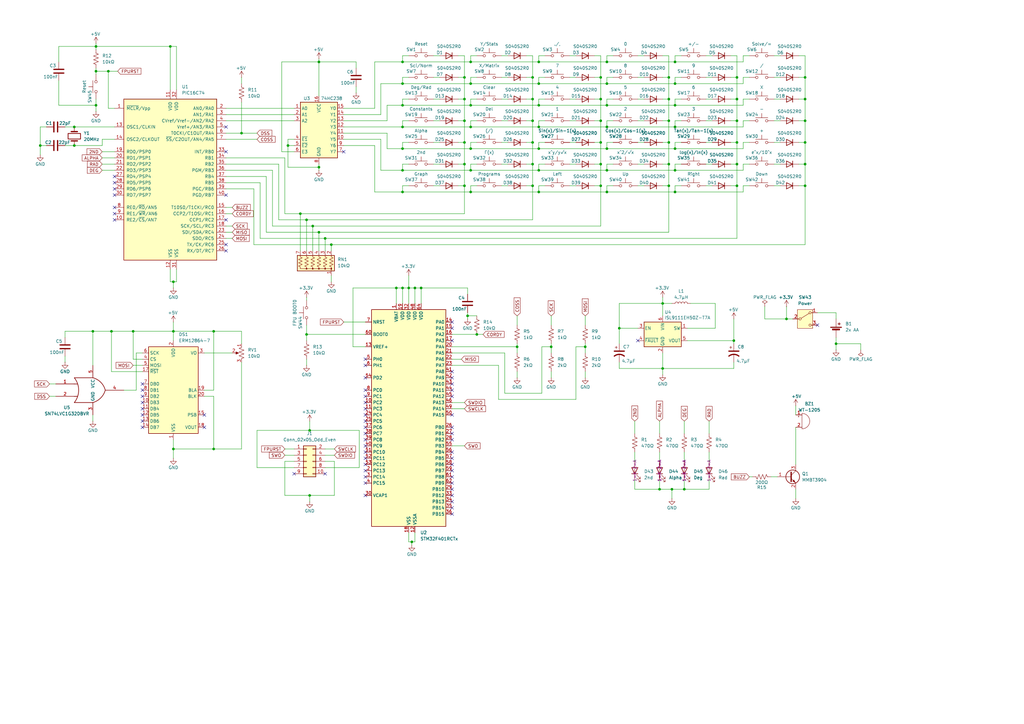
<source format=kicad_sch>
(kicad_sch (version 20250114) (generator "eeschema") (generator_version "9.0")
  (paper "A3")
  (title_block (title "PICalculator") (date "2025-05-08") (rev "1.2"))
  (junction (at 246.38 49.53))
  (junction (at 274.32 31.75))
  (junction (at 220.98 43.18))
  (junction (at 248.92 43.18))
  (junction (at 193.04 25.4))
  (junction (at 240.03 142.24))
  (junction (at 254 134.62))
  (junction (at 248.92 25.4))
  (junction (at 118.11 59.69))
  (junction (at 193.04 52.07))
  (junction (at 275.59 200.66))
  (junction (at 39.37 43.18))
  (junction (at 246.38 40.64))
  (junction (at 302.26 49.53))
  (junction (at 162.56 118.11))
  (junction (at 130.81 25.4))
  (junction (at 130.81 68.58))
  (junction (at 190.5 31.75))
  (junction (at 87.63 135.89))
  (junction (at 220.98 69.85))
  (junction (at 190.5 58.42))
  (junction (at 302.26 67.31))
  (junction (at 276.86 69.85))
  (junction (at 274.32 58.42))
  (junction (at 300.99 139.7))
  (junction (at 276.86 43.18))
  (junction (at 246.38 76.2))
  (junction (at 193.04 78.74))
  (junction (at 271.78 124.46))
  (junction (at 123.19 87.63))
  (junction (at 302.26 58.42))
  (junction (at 218.44 49.53))
  (junction (at 44.45 29.21))
  (junction (at 220.98 78.74))
  (junction (at 220.98 25.4))
  (junction (at 322.58 130.81))
  (junction (at 276.86 78.74))
  (junction (at 220.98 60.96))
  (junction (at 212.09 142.24))
  (junction (at 330.2 67.31))
  (junction (at 71.12 135.89))
  (junction (at 276.86 25.4))
  (junction (at 193.04 69.85))
  (junction (at 99.06 54.61))
  (junction (at 16.51 59.69))
  (junction (at 133.35 97.79))
  (junction (at 165.1 43.18))
  (junction (at 168.91 222.25))
  (junction (at 190.5 67.31))
  (junction (at 39.37 19.05))
  (junction (at 125.73 137.16))
  (junction (at 165.1 78.74))
  (junction (at 135.89 100.33))
  (junction (at 302.26 31.75))
  (junction (at 190.5 40.64))
  (junction (at 274.32 40.64))
  (junction (at 280.67 200.66))
  (junction (at 165.1 52.07))
  (junction (at 218.44 31.75))
  (junction (at 165.1 60.96))
  (junction (at 220.98 34.29))
  (junction (at 226.06 142.24))
  (junction (at 87.63 184.15))
  (junction (at 127 203.2))
  (junction (at 330.2 58.42))
  (junction (at 270.51 200.66))
  (junction (at 71.12 184.15))
  (junction (at 248.92 34.29))
  (junction (at 218.44 76.2))
  (junction (at 165.1 25.4))
  (junction (at 128.27 92.71))
  (junction (at 191.77 129.54))
  (junction (at 193.04 43.18))
  (junction (at 167.64 118.11))
  (junction (at 30.48 52.07))
  (junction (at 45.72 135.89))
  (junction (at 165.1 118.11))
  (junction (at 330.2 76.2))
  (junction (at 54.61 135.89))
  (junction (at 342.9 140.97))
  (junction (at 130.81 95.25))
  (junction (at 165.1 34.29))
  (junction (at 193.04 60.96))
  (junction (at 276.86 52.07))
  (junction (at 248.92 78.74))
  (junction (at 127 176.53))
  (junction (at 193.04 34.29))
  (junction (at 190.5 76.2))
  (junction (at 274.32 49.53))
  (junction (at 248.92 69.85))
  (junction (at 276.86 60.96))
  (junction (at 170.18 118.11))
  (junction (at 276.86 34.29))
  (junction (at 274.32 76.2))
  (junction (at 246.38 67.31))
  (junction (at 218.44 58.42))
  (junction (at 172.72 118.11))
  (junction (at 218.44 67.31))
  (junction (at 30.48 59.69))
  (junction (at 220.98 52.07))
  (junction (at 246.38 58.42))
  (junction (at 302.26 76.2))
  (junction (at 246.38 31.75))
  (junction (at 190.5 49.53))
  (junction (at 71.12 115.57))
  (junction (at 195.58 137.16))
  (junction (at 248.92 52.07))
  (junction (at 125.73 90.17))
  (junction (at 165.1 69.85))
  (junction (at 218.44 40.64))
  (junction (at 302.26 40.64))
  (junction (at 271.78 151.13))
  (junction (at 274.32 67.31))
  (junction (at 248.92 60.96))
  (junction (at 330.2 31.75))
  (junction (at 330.2 40.64))
  (junction (at 69.85 19.05))
  (junction (at 330.2 49.53))
  (junction (at 39.37 29.21))
  (junction (at 38.1 135.89))
  (no_connect (at 83.82 175.26))
  (no_connect (at 149.86 160.02))
  (no_connect (at 185.42 162.56))
  (no_connect (at 58.42 170.18))
  (no_connect (at 58.42 172.72))
  (no_connect (at 46.99 85.09))
  (no_connect (at 185.42 208.28))
  (no_connect (at 149.86 198.12))
  (no_connect (at 335.28 133.35))
  (no_connect (at 149.86 177.8))
  (no_connect (at 185.42 203.2))
  (no_connect (at 185.42 210.82))
  (no_connect (at 92.71 100.33))
  (no_connect (at 149.86 193.04))
  (no_connect (at 46.99 74.93))
  (no_connect (at 185.42 134.62))
  (no_connect (at 58.42 175.26))
  (no_connect (at 149.86 203.2))
  (no_connect (at 58.42 162.56))
  (no_connect (at 133.35 194.31))
  (no_connect (at 46.99 87.63))
  (no_connect (at 185.42 154.94))
  (no_connect (at 185.42 175.26))
  (no_connect (at 46.99 77.47))
  (no_connect (at 58.42 157.48))
  (no_connect (at 185.42 200.66))
  (no_connect (at 149.86 170.18))
  (no_connect (at 185.42 193.04))
  (no_connect (at 185.42 205.74))
  (no_connect (at 58.42 167.64))
  (no_connect (at 58.42 160.02))
  (no_connect (at 140.97 62.23))
  (no_connect (at 149.86 154.94))
  (no_connect (at 261.62 139.7))
  (no_connect (at 185.42 187.96))
  (no_connect (at 92.71 62.23))
  (no_connect (at 185.42 160.02))
  (no_connect (at 46.99 72.39))
  (no_connect (at 92.71 102.87))
  (no_connect (at 185.42 185.42))
  (no_connect (at 185.42 198.12))
  (no_connect (at 58.42 165.1))
  (no_connect (at 46.99 80.01))
  (no_connect (at 149.86 149.86))
  (no_connect (at 185.42 170.18))
  (no_connect (at 120.65 194.31))
  (no_connect (at 149.86 195.58))
  (no_connect (at 92.71 52.07))
  (no_connect (at 185.42 132.08))
  (no_connect (at 149.86 190.5))
  (no_connect (at 185.42 177.8))
  (no_connect (at 149.86 180.34))
  (no_connect (at 149.86 175.26))
  (no_connect (at 149.86 167.64))
  (no_connect (at 185.42 157.48))
  (no_connect (at 185.42 139.7))
  (no_connect (at 92.71 90.17))
  (no_connect (at 149.86 147.32))
  (no_connect (at 149.86 162.56))
  (no_connect (at 185.42 152.4))
  (no_connect (at 149.86 187.96))
  (no_connect (at 149.86 165.1))
  (no_connect (at 185.42 190.5))
  (no_connect (at 83.82 170.18))
  (no_connect (at 185.42 180.34))
  (no_connect (at 149.86 185.42))
  (no_connect (at 46.99 90.17))
  (no_connect (at 92.71 80.01))
  (no_connect (at 185.42 195.58))
  (no_connect (at 149.86 182.88))
  (no_connect (at 149.86 172.72))
  (wire (pts (xy 289.56 40.64) (xy 292.1 40.64)))
  (wire (pts (xy 168.91 222.25) (xy 170.18 222.25)))
  (wire (pts (xy 300.99 151.13) (xy 300.99 148.59)))
  (wire (pts (xy 71.12 184.15) (xy 71.12 180.34)))
  (wire (pts (xy 233.68 58.42) (xy 236.22 58.42)))
  (wire (pts (xy 299.72 58.42) (xy 302.26 58.42)))
  (wire (pts (xy 162.56 118.11) (xy 165.1 118.11)))
  (wire (pts (xy 276.86 40.64) (xy 276.86 43.18)))
  (wire (pts (xy 54.61 135.89) (xy 71.12 135.89)))
  (wire (pts (xy 99.06 41.91) (xy 99.06 54.61)))
  (wire (pts (xy 167.64 118.11) (xy 167.64 124.46)))
  (wire (pts (xy 243.84 22.86) (xy 246.38 22.86)))
  (wire (pts (xy 220.98 78.74) (xy 248.92 78.74)))
  (wire (pts (xy 271.78 40.64) (xy 274.32 40.64)))
  (wire (pts (xy 44.45 44.45) (xy 46.99 44.45)))
  (wire (pts (xy 243.84 49.53) (xy 246.38 49.53)))
  (wire (pts (xy 58.42 152.4) (xy 45.72 152.4)))
  (wire (pts (xy 69.85 19.05) (xy 72.39 19.05)))
  (wire (pts (xy 41.91 64.77) (xy 46.99 64.77)))
  (wire (pts (xy 299.72 49.53) (xy 302.26 49.53)))
  (wire (pts (xy 276.86 25.4) (xy 304.8 25.4)))
  (wire (pts (xy 275.59 124.46) (xy 271.78 124.46)))
  (wire (pts (xy 111.76 69.85) (xy 92.71 69.85)))
  (wire (pts (xy 105.41 191.77) (xy 105.41 176.53)))
  (wire (pts (xy 116.84 64.77) (xy 116.84 87.63)))
  (wire (pts (xy 167.64 31.75) (xy 165.1 31.75)))
  (wire (pts (xy 137.16 203.2) (xy 127 203.2)))
  (wire (pts (xy 251.46 76.2) (xy 248.92 76.2)))
  (wire (pts (xy 54.61 149.86) (xy 58.42 149.86)))
  (wire (pts (xy 87.63 184.15) (xy 87.63 162.56)))
  (wire (pts (xy 26.67 135.89) (xy 38.1 135.89)))
  (wire (pts (xy 289.56 31.75) (xy 292.1 31.75)))
  (wire (pts (xy 109.22 95.25) (xy 130.81 95.25)))
  (wire (pts (xy 104.14 77.47) (xy 92.71 77.47)))
  (wire (pts (xy 276.86 78.74) (xy 304.8 78.74)))
  (wire (pts (xy 222.25 161.29) (xy 222.25 142.24)))
  (wire (pts (xy 44.45 29.21) (xy 44.45 44.45)))
  (wire (pts (xy 167.64 76.2) (xy 165.1 76.2)))
  (wire (pts (xy 226.06 152.4) (xy 226.06 154.94)))
  (wire (pts (xy 71.12 115.57) (xy 72.39 115.57)))
  (wire (pts (xy 274.32 49.53) (xy 274.32 58.42)))
  (wire (pts (xy 24.13 19.05) (xy 24.13 25.4)))
  (wire (pts (xy 302.26 49.53) (xy 302.26 58.42)))
  (wire (pts (xy 293.37 134.62) (xy 293.37 124.46)))
  (wire (pts (xy 240.03 129.54) (xy 240.03 133.35)))
  (wire (pts (xy 299.72 67.31) (xy 302.26 67.31)))
  (wire (pts (xy 313.69 130.81) (xy 322.58 130.81)))
  (wire (pts (xy 71.12 115.57) (xy 71.12 118.11)))
  (wire (pts (xy 212.09 140.97) (xy 212.09 142.24)))
  (wire (pts (xy 289.56 49.53) (xy 292.1 49.53)))
  (wire (pts (xy 195.58 67.31) (xy 193.04 67.31)))
  (wire (pts (xy 330.2 100.33) (xy 135.89 100.33)))
  (wire (pts (xy 248.92 76.2) (xy 248.92 78.74)))
  (wire (pts (xy 193.04 69.85) (xy 220.98 69.85)))
  (wire (pts (xy 304.8 40.64) (xy 304.8 43.18)))
  (wire (pts (xy 326.39 166.37) (xy 326.39 170.18)))
  (wire (pts (xy 87.63 184.15) (xy 71.12 184.15)))
  (wire (pts (xy 190.5 67.31) (xy 190.5 76.2)))
  (wire (pts (xy 274.32 22.86) (xy 274.32 31.75)))
  (wire (pts (xy 120.65 191.77) (xy 105.41 191.77)))
  (wire (pts (xy 271.78 151.13) (xy 300.99 151.13)))
  (wire (pts (xy 193.04 31.75) (xy 193.04 34.29)))
  (wire (pts (xy 193.04 43.18) (xy 220.98 43.18)))
  (wire (pts (xy 177.8 67.31) (xy 180.34 67.31)))
  (wire (pts (xy 226.06 140.97) (xy 226.06 142.24)))
  (wire (pts (xy 243.84 76.2) (xy 246.38 76.2)))
  (wire (pts (xy 87.63 135.89) (xy 87.63 160.02)))
  (wire (pts (xy 248.92 25.4) (xy 276.86 25.4)))
  (wire (pts (xy 195.58 22.86) (xy 193.04 22.86)))
  (wire (pts (xy 279.4 49.53) (xy 276.86 49.53)))
  (wire (pts (xy 123.19 87.63) (xy 190.5 87.63)))
  (wire (pts (xy 215.9 58.42) (xy 218.44 58.42)))
  (wire (pts (xy 133.35 189.23) (xy 137.16 189.23)))
  (wire (pts (xy 251.46 22.86) (xy 248.92 22.86)))
  (wire (pts (xy 251.46 67.31) (xy 248.92 67.31)))
  (wire (pts (xy 240.03 152.4) (xy 240.03 154.94)))
  (wire (pts (xy 307.34 67.31) (xy 304.8 67.31)))
  (wire (pts (xy 118.11 68.58) (xy 130.81 68.58)))
  (wire (pts (xy 248.92 22.86) (xy 248.92 25.4)))
  (wire (pts (xy 116.84 203.2) (xy 116.84 189.23)))
  (wire (pts (xy 165.1 40.64) (xy 165.1 43.18)))
  (wire (pts (xy 218.44 67.31) (xy 218.44 76.2)))
  (wire (pts (xy 193.04 52.07) (xy 220.98 52.07)))
  (wire (pts (xy 177.8 31.75) (xy 180.34 31.75)))
  (wire (pts (xy 195.58 31.75) (xy 193.04 31.75)))
  (wire (pts (xy 307.34 76.2) (xy 304.8 76.2)))
  (wire (pts (xy 271.78 58.42) (xy 274.32 58.42)))
  (wire (pts (xy 105.41 176.53) (xy 127 176.53)))
  (wire (pts (xy 223.52 76.2) (xy 220.98 76.2)))
  (wire (pts (xy 261.62 31.75) (xy 264.16 31.75)))
  (wire (pts (xy 289.56 22.86) (xy 292.1 22.86)))
  (wire (pts (xy 254 134.62) (xy 254 124.46)))
  (wire (pts (xy 71.12 132.08) (xy 71.12 135.89)))
  (wire (pts (xy 218.44 58.42) (xy 218.44 67.31)))
  (wire (pts (xy 275.59 200.66) (xy 280.67 200.66)))
  (wire (pts (xy 187.96 76.2) (xy 190.5 76.2)))
  (wire (pts (xy 69.85 19.05) (xy 69.85 36.83)))
  (wire (pts (xy 55.88 144.78) (xy 58.42 144.78)))
  (wire (pts (xy 316.23 195.58) (xy 318.77 195.58)))
  (wire (pts (xy 165.1 52.07) (xy 193.04 52.07)))
  (wire (pts (xy 165.1 43.18) (xy 193.04 43.18)))
  (wire (pts (xy 271.78 22.86) (xy 274.32 22.86)))
  (wire (pts (xy 165.1 25.4) (xy 193.04 25.4)))
  (wire (pts (xy 69.85 115.57) (xy 71.12 115.57)))
  (wire (pts (xy 302.26 40.64) (xy 302.26 49.53)))
  (wire (pts (xy 106.68 97.79) (xy 133.35 97.79)))
  (wire (pts (xy 261.62 76.2) (xy 264.16 76.2)))
  (wire (pts (xy 274.32 58.42) (xy 274.32 67.31)))
  (wire (pts (xy 125.73 123.19) (xy 125.73 121.92)))
  (wire (pts (xy 26.67 146.05) (xy 26.67 148.59)))
  (wire (pts (xy 125.73 90.17) (xy 114.3 90.17)))
  (wire (pts (xy 191.77 129.54) (xy 195.58 129.54)))
  (wire (pts (xy 302.26 76.2) (xy 302.26 97.79)))
  (wire (pts (xy 41.91 69.85) (xy 46.99 69.85)))
  (wire (pts (xy 114.3 67.31) (xy 92.71 67.31)))
  (wire (pts (xy 83.82 160.02) (xy 87.63 160.02)))
  (wire (pts (xy 218.44 76.2) (xy 218.44 90.17)))
  (wire (pts (xy 167.64 222.25) (xy 168.91 222.25)))
  (wire (pts (xy 276.86 49.53) (xy 276.86 52.07)))
  (wire (pts (xy 205.74 58.42) (xy 208.28 58.42)))
  (wire (pts (xy 299.72 40.64) (xy 302.26 40.64)))
  (wire (pts (xy 251.46 49.53) (xy 248.92 49.53)))
  (wire (pts (xy 99.06 31.75) (xy 99.06 34.29)))
  (wire (pts (xy 125.73 90.17) (xy 125.73 102.87)))
  (wire (pts (xy 325.12 130.81) (xy 322.58 130.81)))
  (wire (pts (xy 128.27 92.71) (xy 111.76 92.71)))
  (wire (pts (xy 38.1 135.89) (xy 38.1 149.86)))
  (wire (pts (xy 193.04 58.42) (xy 193.04 60.96)))
  (wire (pts (xy 99.06 140.97) (xy 99.06 135.89)))
  (wire (pts (xy 158.75 49.53) (xy 158.75 43.18)))
  (wire (pts (xy 104.14 100.33) (xy 104.14 77.47)))
  (wire (pts (xy 193.04 34.29) (xy 220.98 34.29)))
  (wire (pts (xy 274.32 40.64) (xy 274.32 49.53)))
  (wire (pts (xy 69.85 110.49) (xy 69.85 115.57)))
  (wire (pts (xy 220.98 34.29) (xy 248.92 34.29)))
  (wire (pts (xy 218.44 40.64) (xy 218.44 49.53)))
  (wire (pts (xy 261.62 58.42) (xy 264.16 58.42)))
  (wire (pts (xy 153.67 25.4) (xy 153.67 44.45)))
  (wire (pts (xy 220.98 40.64) (xy 220.98 43.18)))
  (wire (pts (xy 248.92 40.64) (xy 248.92 43.18)))
  (wire (pts (xy 99.06 54.61) (xy 105.41 54.61)))
  (wire (pts (xy 248.92 78.74) (xy 276.86 78.74)))
  (wire (pts (xy 172.72 118.11) (xy 172.72 124.46)))
  (wire (pts (xy 233.68 67.31) (xy 236.22 67.31)))
  (wire (pts (xy 246.38 67.31) (xy 246.38 76.2)))
  (wire (pts (xy 207.01 161.29) (xy 222.25 161.29)))
  (wire (pts (xy 212.09 152.4) (xy 212.09 154.94)))
  (wire (pts (xy 233.68 76.2) (xy 236.22 76.2)))
  (wire (pts (xy 125.73 147.32) (xy 125.73 149.86)))
  (wire (pts (xy 16.51 59.69) (xy 19.05 59.69)))
  (wire (pts (xy 220.98 25.4) (xy 248.92 25.4)))
  (wire (pts (xy 195.58 76.2) (xy 193.04 76.2)))
  (wire (pts (xy 317.5 67.31) (xy 320.04 67.31)))
  (wire (pts (xy 158.75 54.61) (xy 158.75 60.96)))
  (wire (pts (xy 204.47 149.86) (xy 204.47 163.83)))
  (wire (pts (xy 190.5 49.53) (xy 190.5 58.42)))
  (wire (pts (xy 187.96 49.53) (xy 190.5 49.53)))
  (wire (pts (xy 261.62 49.53) (xy 264.16 49.53)))
  (wire (pts (xy 271.78 151.13) (xy 271.78 153.67)))
  (wire (pts (xy 118.11 59.69) (xy 120.65 59.69)))
  (wire (pts (xy 72.39 19.05) (xy 72.39 36.83)))
  (wire (pts (xy 271.78 144.78) (xy 271.78 151.13)))
  (wire (pts (xy 207.01 144.78) (xy 207.01 161.29)))
  (wire (pts (xy 165.1 49.53) (xy 165.1 52.07)))
  (wire (pts (xy 342.9 140.97) (xy 342.9 143.51)))
  (wire (pts (xy 279.4 22.86) (xy 276.86 22.86)))
  (wire (pts (xy 130.81 68.58) (xy 130.81 69.85)))
  (wire (pts (xy 276.86 76.2) (xy 276.86 78.74)))
  (wire (pts (xy 140.97 59.69) (xy 153.67 59.69)))
  (wire (pts (xy 165.1 118.11) (xy 165.1 124.46)))
  (wire (pts (xy 118.11 59.69) (xy 118.11 68.58)))
  (wire (pts (xy 327.66 31.75) (xy 330.2 31.75)))
  (wire (pts (xy 261.62 22.86) (xy 264.16 22.86)))
  (wire (pts (xy 220.98 76.2) (xy 220.98 78.74)))
  (wire (pts (xy 330.2 22.86) (xy 330.2 31.75)))
  (wire (pts (xy 246.38 76.2) (xy 246.38 92.71)))
  (wire (pts (xy 167.64 67.31) (xy 165.1 67.31)))
  (wire (pts (xy 44.45 29.21) (xy 48.26 29.21)))
  (wire (pts (xy 71.12 135.89) (xy 87.63 135.89)))
  (wire (pts (xy 177.8 58.42) (xy 180.34 58.42)))
  (wire (pts (xy 215.9 31.75) (xy 218.44 31.75)))
  (wire (pts (xy 193.04 25.4) (xy 220.98 25.4)))
  (wire (pts (xy 168.91 222.25) (xy 168.91 223.52)))
  (wire (pts (xy 243.84 31.75) (xy 246.38 31.75)))
  (wire (pts (xy 218.44 31.75) (xy 218.44 40.64)))
  (wire (pts (xy 187.96 31.75) (xy 190.5 31.75)))
  (wire (pts (xy 302.26 22.86) (xy 302.26 31.75)))
  (wire (pts (xy 193.04 78.74) (xy 220.98 78.74)))
  (wire (pts (xy 304.8 58.42) (xy 304.8 60.96)))
  (wire (pts (xy 304.8 49.53) (xy 304.8 52.07)))
  (wire (pts (xy 193.04 49.53) (xy 193.04 52.07)))
  (wire (pts (xy 220.98 69.85) (xy 248.92 69.85)))
  (wire (pts (xy 327.66 76.2) (xy 330.2 76.2)))
  (wire (pts (xy 165.1 22.86) (xy 165.1 25.4)))
  (wire (pts (xy 222.25 142.24) (xy 226.06 142.24)))
  (wire (pts (xy 149.86 142.24) (xy 144.78 142.24)))
  (wire (pts (xy 118.11 57.15) (xy 118.11 59.69)))
  (wire (pts (xy 205.74 22.86) (xy 208.28 22.86)))
  (wire (pts (xy 99.06 184.15) (xy 99.06 148.59)))
  (wire (pts (xy 223.52 22.86) (xy 220.98 22.86)))
  (wire (pts (xy 71.12 135.89) (xy 71.12 139.7)))
  (wire (pts (xy 220.98 58.42) (xy 220.98 60.96)))
  (wire (pts (xy 123.19 87.63) (xy 123.19 102.87)))
  (wire (pts (xy 275.59 200.66) (xy 275.59 204.47)))
  (wire (pts (xy 307.34 49.53) (xy 304.8 49.53)))
  (wire (pts (xy 299.72 76.2) (xy 302.26 76.2)))
  (wire (pts (xy 133.35 186.69) (xy 137.16 186.69)))
  (wire (pts (xy 246.38 40.64) (xy 246.38 49.53)))
  (wire (pts (xy 26.67 59.69) (xy 30.48 59.69)))
  (wire (pts (xy 167.64 49.53) (xy 165.1 49.53)))
  (wire (pts (xy 289.56 58.42) (xy 292.1 58.42)))
  (wire (pts (xy 330.2 67.31) (xy 330.2 76.2)))
  (wire (pts (xy 177.8 40.64) (xy 180.34 40.64)))
  (wire (pts (xy 317.5 76.2) (xy 320.04 76.2)))
  (wire (pts (xy 185.42 182.88) (xy 190.5 182.88)))
  (wire (pts (xy 261.62 40.64) (xy 264.16 40.64)))
  (wire (pts (xy 170.18 118.11) (xy 170.18 124.46)))
  (wire (pts (xy 158.75 60.96) (xy 165.1 60.96)))
  (wire (pts (xy 170.18 118.11) (xy 172.72 118.11)))
  (wire (pts (xy 218.44 22.86) (xy 218.44 31.75)))
  (wire (pts (xy 226.06 142.24) (xy 226.06 144.78)))
  (wire (pts (xy 147.32 176.53) (xy 147.32 191.77)))
  (wire (pts (xy 165.1 60.96) (xy 193.04 60.96)))
  (wire (pts (xy 248.92 60.96) (xy 276.86 60.96)))
  (wire (pts (xy 146.05 35.56) (xy 146.05 38.1)))
  (wire (pts (xy 233.68 31.75) (xy 236.22 31.75)))
  (wire (pts (xy 195.58 49.53) (xy 193.04 49.53)))
  (wire (pts (xy 54.61 135.89) (xy 54.61 147.32)))
  (wire (pts (xy 41.91 59.69) (xy 30.48 59.69)))
  (wire (pts (xy 218.44 90.17) (xy 125.73 90.17)))
  (wire (pts (xy 39.37 40.64) (xy 39.37 43.18)))
  (wire (pts (xy 317.5 40.64) (xy 320.04 40.64)))
  (wire (pts (xy 16.51 52.07) (xy 16.51 59.69)))
  (wire (pts (xy 317.5 58.42) (xy 320.04 58.42)))
  (wire (pts (xy 279.4 76.2) (xy 276.86 76.2)))
  (wire (pts (xy 83.82 162.56) (xy 87.63 162.56)))
  (wire (pts (xy 251.46 58.42) (xy 248.92 58.42)))
  (wire (pts (xy 130.81 25.4) (xy 146.05 25.4)))
  (wire (pts (xy 170.18 222.25) (xy 170.18 218.44)))
  (wire (pts (xy 140.97 57.15) (xy 156.21 57.15)))
  (wire (pts (xy 236.22 142.24) (xy 240.03 142.24)))
  (wire (pts (xy 185.42 167.64) (xy 190.5 167.64)))
  (wire (pts (xy 276.86 31.75) (xy 276.86 34.29)))
  (wire (pts (xy 191.77 120.65) (xy 191.77 118.11)))
  (wire (pts (xy 276.86 34.29) (xy 304.8 34.29)))
  (wire (pts (xy 223.52 58.42) (xy 220.98 58.42)))
  (wire (pts (xy 271.78 124.46) (xy 271.78 129.54)))
  (wire (pts (xy 165.1 58.42) (xy 165.1 60.96)))
  (wire (pts (xy 276.86 58.42) (xy 276.86 60.96)))
  (wire (pts (xy 299.72 22.86) (xy 302.26 22.86)))
  (wire (pts (xy 254 124.46) (xy 271.78 124.46)))
  (wire (pts (xy 220.98 22.86) (xy 220.98 25.4)))
  (wire (pts (xy 220.98 31.75) (xy 220.98 34.29)))
  (wire (pts (xy 165.1 67.31) (xy 165.1 69.85)))
  (wire (pts (xy 46.99 57.15) (xy 41.91 57.15)))
  (wire (pts (xy 92.71 97.79) (xy 95.25 97.79)))
  (wire (pts (xy 212.09 129.54) (xy 212.09 133.35)))
  (wire (pts (xy 302.26 58.42) (xy 302.26 67.31)))
  (wire (pts (xy 115.57 62.23) (xy 115.57 25.4)))
  (wire (pts (xy 270.51 200.66) (xy 275.59 200.66)))
  (wire (pts (xy 280.67 196.85) (xy 280.67 200.66)))
  (wire (pts (xy 185.42 149.86) (xy 204.47 149.86)))
  (wire (pts (xy 109.22 72.39) (xy 109.22 95.25)))
  (wire (pts (xy 185.42 144.78) (xy 207.01 144.78)))
  (wire (pts (xy 317.5 49.53) (xy 320.04 49.53)))
  (wire (pts (xy 156.21 34.29) (xy 165.1 34.29)))
  (wire (pts (xy 233.68 40.64) (xy 236.22 40.64)))
  (wire (pts (xy 106.68 74.93) (xy 106.68 97.79)))
  (wire (pts (xy 172.72 118.11) (xy 191.77 118.11)))
  (wire (pts (xy 271.78 49.53) (xy 274.32 49.53)))
  (wire (pts (xy 260.35 185.42) (xy 260.35 189.23)))
  (wire (pts (xy 342.9 128.27) (xy 342.9 130.81)))
  (wire (pts (xy 54.61 147.32) (xy 58.42 147.32)))
  (wire (pts (xy 193.04 22.86) (xy 193.04 25.4)))
  (wire (pts (xy 125.73 139.7) (xy 125.73 137.16)))
  (wire (pts (xy 50.8 160.02) (xy 55.88 160.02)))
  (wire (pts (xy 248.92 31.75) (xy 248.92 34.29)))
  (wire (pts (xy 130.81 25.4) (xy 130.81 24.13)))
  (wire (pts (xy 261.62 67.31) (xy 264.16 67.31)))
  (wire (pts (xy 248.92 69.85) (xy 276.86 69.85)))
  (wire (pts (xy 87.63 135.89) (xy 99.06 135.89)))
  (wire (pts (xy 220.98 43.18) (xy 248.92 43.18)))
  (wire (pts (xy 271.78 31.75) (xy 274.32 31.75)))
  (wire (pts (xy 191.77 128.27) (xy 191.77 129.54)))
  (wire (pts (xy 92.71 46.99) (xy 120.65 46.99)))
  (wire (pts (xy 190.5 40.64) (xy 190.5 49.53)))
  (wire (pts (xy 271.78 76.2) (xy 274.32 76.2)))
  (wire (pts (xy 274.32 67.31) (xy 274.32 76.2)))
  (wire (pts (xy 127 203.2) (xy 116.84 203.2)))
  (wire (pts (xy 205.74 31.75) (xy 208.28 31.75)))
  (wire (pts (xy 243.84 40.64) (xy 246.38 40.64)))
  (wire (pts (xy 304.8 67.31) (xy 304.8 69.85)))
  (wire (pts (xy 236.22 163.83) (xy 236.22 142.24)))
  (wire (pts (xy 254 134.62) (xy 254 140.97)))
  (wire (pts (xy 144.78 142.24) (xy 144.78 118.11)))
  (wire (pts (xy 215.9 49.53) (xy 218.44 49.53)))
  (wire (pts (xy 205.74 40.64) (xy 208.28 40.64)))
  (wire (pts (xy 205.74 67.31) (xy 208.28 67.31)))
  (wire (pts (xy 293.37 124.46) (xy 283.21 124.46)))
  (wire (pts (xy 276.86 52.07) (xy 304.8 52.07)))
  (wire (pts (xy 128.27 92.71) (xy 128.27 102.87)))
  (wire (pts (xy 120.65 57.15) (xy 118.11 57.15)))
  (wire (pts (xy 137.16 189.23) (xy 137.16 203.2)))
  (wire (pts (xy 215.9 22.86) (xy 218.44 22.86)))
  (wire (pts (xy 279.4 40.64) (xy 276.86 40.64)))
  (wire (pts (xy 127 172.72) (xy 127 176.53)))
  (wire (pts (xy 92.71 64.77) (xy 116.84 64.77)))
  (wire (pts (xy 167.64 113.03) (xy 167.64 118.11)))
  (wire (pts (xy 327.66 40.64) (xy 330.2 40.64)))
  (wire (pts (xy 243.84 67.31) (xy 246.38 67.31)))
  (wire (pts (xy 130.81 95.25) (xy 130.81 102.87)))
  (wire (pts (xy 20.32 162.56) (xy 22.86 162.56)))
  (wire (pts (xy 72.39 115.57) (xy 72.39 110.49)))
  (wire (pts (xy 140.97 49.53) (xy 158.75 49.53)))
  (wire (pts (xy 215.9 76.2) (xy 218.44 76.2)))
  (wire (pts (xy 248.92 58.42) (xy 248.92 60.96)))
  (wire (pts (xy 92.71 85.09) (xy 95.25 85.09)))
  (wire (pts (xy 290.83 172.72) (xy 290.83 177.8)))
  (wire (pts (xy 270.51 196.85) (xy 270.51 200.66)))
  (wire (pts (xy 177.8 22.86) (xy 180.34 22.86)))
  (wire (pts (xy 127 176.53) (xy 147.32 176.53)))
  (wire (pts (xy 158.75 43.18) (xy 165.1 43.18)))
  (wire (pts (xy 45.72 152.4) (xy 45.72 135.89)))
  (wire (pts (xy 19.05 52.07) (xy 16.51 52.07)))
  (wire (pts (xy 116.84 87.63) (xy 123.19 87.63)))
  (wire (pts (xy 281.94 139.7) (xy 300.99 139.7)))
  (wire (pts (xy 185.42 147.32) (xy 189.23 147.32)))
  (wire (pts (xy 304.8 31.75) (xy 304.8 34.29)))
  (wire (pts (xy 276.86 22.86) (xy 276.86 25.4)))
  (wire (pts (xy 260.35 172.72) (xy 260.35 177.8)))
  (wire (pts (xy 39.37 29.21) (xy 44.45 29.21)))
  (wire (pts (xy 302.26 31.75) (xy 302.26 40.64)))
  (wire (pts (xy 162.56 124.46) (xy 162.56 118.11)))
  (wire (pts (xy 127 203.2) (xy 127 205.74)))
  (wire (pts (xy 246.38 22.86) (xy 246.38 31.75)))
  (wire (pts (xy 327.66 49.53) (xy 330.2 49.53)))
  (wire (pts (xy 92.71 87.63) (xy 95.25 87.63)))
  (wire (pts (xy 276.86 69.85) (xy 304.8 69.85)))
  (wire (pts (xy 248.92 43.18) (xy 276.86 43.18)))
  (wire (pts (xy 279.4 58.42) (xy 276.86 58.42)))
  (wire (pts (xy 280.67 200.66) (xy 290.83 200.66)))
  (wire (pts (xy 279.4 31.75) (xy 276.86 31.75)))
  (wire (pts (xy 39.37 29.21) (xy 39.37 30.48)))
  (wire (pts (xy 41.91 67.31) (xy 46.99 67.31)))
  (wire (pts (xy 205.74 49.53) (xy 208.28 49.53)))
  (wire (pts (xy 223.52 31.75) (xy 220.98 31.75)))
  (wire (pts (xy 260.35 196.85) (xy 260.35 200.66)))
  (wire (pts (xy 133.35 97.79) (xy 302.26 97.79)))
  (wire (pts (xy 248.92 49.53) (xy 248.92 52.07)))
  (wire (pts (xy 353.06 140.97) (xy 353.06 143.51)))
  (wire (pts (xy 274.32 31.75) (xy 274.32 40.64)))
  (wire (pts (xy 156.21 57.15) (xy 156.21 69.85)))
  (wire (pts (xy 116.84 186.69) (xy 120.65 186.69)))
  (wire (pts (xy 220.98 60.96) (xy 248.92 60.96)))
  (wire (pts (xy 248.92 52.07) (xy 276.86 52.07)))
  (wire (pts (xy 260.35 200.66) (xy 270.51 200.66)))
  (wire (pts (xy 156.21 69.85) (xy 165.1 69.85)))
  (wire (pts (xy 279.4 67.31) (xy 276.86 67.31)))
  (wire (pts (xy 92.71 74.93) (xy 106.68 74.93)))
  (wire (pts (xy 289.56 67.31) (xy 292.1 67.31)))
  (wire (pts (xy 114.3 90.17) (xy 114.3 67.31)))
  (wire (pts (xy 317.5 31.75) (xy 320.04 31.75)))
  (wire (pts (xy 190.5 58.42) (xy 190.5 67.31)))
  (wire (pts (xy 165.1 118.11) (xy 167.64 118.11)))
  (wire (pts (xy 187.96 67.31) (xy 190.5 67.31)))
  (wire (pts (xy 130.81 67.31) (xy 130.81 68.58)))
  (wire (pts (xy 330.2 49.53) (xy 330.2 58.42)))
  (wire (pts (xy 307.34 22.86) (xy 304.8 22.86)))
  (wire (pts (xy 313.69 125.73) (xy 313.69 130.81)))
  (wire (pts (xy 153.67 78.74) (xy 165.1 78.74)))
  (wire (pts (xy 215.9 67.31) (xy 218.44 67.31)))
  (wire (pts (xy 147.32 191.77) (xy 133.35 191.77)))
  (wire (pts (xy 135.89 100.33) (xy 104.14 100.33)))
  (wire (pts (xy 193.04 76.2) (xy 193.04 78.74)))
  (wire (pts (xy 326.39 175.26) (xy 326.39 190.5)))
  (wire (pts (xy 220.98 49.53) (xy 220.98 52.07)))
  (wire (pts (xy 327.66 22.86) (xy 330.2 22.86)))
  (wire (pts (xy 195.58 40.64) (xy 193.04 40.64)))
  (wire (pts (xy 39.37 43.18) (xy 39.37 45.72)))
  (wire (pts (xy 254 148.59) (xy 254 151.13)))
  (wire (pts (xy 307.34 31.75) (xy 304.8 31.75)))
  (wire (pts (xy 140.97 54.61) (xy 158.75 54.61)))
  (wire (pts (xy 190.5 22.86) (xy 190.5 31.75)))
  (wire (pts (xy 39.37 19.05) (xy 69.85 19.05)))
  (wire (pts (xy 45.72 135.89) (xy 54.61 135.89)))
  (wire (pts (xy 185.42 142.24) (xy 212.09 142.24)))
  (wire (pts (xy 246.38 49.53) (xy 246.38 58.42)))
  (wire (pts (xy 243.84 58.42) (xy 246.38 58.42)))
  (wire (pts (xy 92.71 49.53) (xy 120.65 49.53)))
  (wire (pts (xy 300.99 130.81) (xy 300.99 139.7)))
  (wire (pts (xy 167.64 58.42) (xy 165.1 58.42)))
  (wire (pts (xy 220.98 67.31) (xy 220.98 69.85)))
  (wire (pts (xy 125.73 137.16) (xy 149.86 137.16)))
  (wire (pts (xy 87.63 184.15) (xy 99.06 184.15)))
  (wire (pts (xy 193.04 67.31) (xy 193.04 69.85)))
  (wire (pts (xy 133.35 97.79) (xy 133.35 102.87)))
  (wire (pts (xy 302.26 67.31) (xy 302.26 76.2)))
  (wire (pts (xy 165.1 31.75) (xy 165.1 34.29)))
  (wire (pts (xy 133.35 184.15) (xy 137.16 184.15)))
  (wire (pts (xy 280.67 172.72) (xy 280.67 177.8)))
  (wire (pts (xy 223.52 49.53) (xy 220.98 49.53)))
  (wire (pts (xy 153.67 44.45) (xy 140.97 44.45)))
  (wire (pts (xy 276.86 43.18) (xy 304.8 43.18)))
  (wire (pts (xy 271.78 67.31) (xy 274.32 67.31)))
  (wire (pts (xy 223.52 40.64) (xy 220.98 40.64)))
  (wire (pts (xy 330.2 58.42) (xy 330.2 67.31)))
  (wire (pts (xy 115.57 25.4) (xy 130.81 25.4)))
  (wire (pts (xy 220.98 52.07) (xy 248.92 52.07)))
  (wire (pts (xy 92.71 95.25) (xy 95.25 95.25)))
  (wire (pts (xy 240.03 142.24) (xy 240.03 144.78)))
  (wire (pts (xy 165.1 78.74) (xy 193.04 78.74)))
  (wire (pts (xy 177.8 49.53) (xy 180.34 49.53)))
  (wire (pts (xy 190.5 31.75) (xy 190.5 40.64)))
  (wire (pts (xy 39.37 17.78) (xy 39.37 19.05)))
  (wire (pts (xy 140.97 52.07) (xy 165.1 52.07)))
  (wire (pts (xy 190.5 76.2) (xy 190.5 87.63)))
  (wire (pts (xy 38.1 170.18) (xy 38.1 172.72)))
  (wire (pts (xy 280.67 185.42) (xy 280.67 189.23)))
  (wire (pts (xy 246.38 58.42) (xy 246.38 67.31)))
  (wire (pts (xy 307.34 40.64) (xy 304.8 40.64)))
  (wire (pts (xy 26.67 138.43) (xy 26.67 135.89)))
  (wire (pts (xy 92.71 44.45) (xy 120.65 44.45)))
  (wire (pts (xy 240.03 140.97) (xy 240.03 142.24)))
  (wire (pts (xy 299.72 31.75) (xy 302.26 31.75)))
  (wire (pts (xy 83.82 144.78) (xy 95.25 144.78)))
  (wire (pts (xy 187.96 58.42) (xy 190.5 58.42)))
  (wire (pts (xy 92.71 54.61) (xy 99.06 54.61)))
  (wire (pts (xy 92.71 72.39) (xy 109.22 72.39)))
  (wire (pts (xy 246.38 92.71) (xy 128.27 92.71)))
  (wire (pts (xy 24.13 33.02) (xy 24.13 43.18)))
  (wire (pts (xy 289.56 76.2) (xy 292.1 76.2)))
  (wire (pts (xy 342.9 140.97) (xy 342.9 138.43)))
  (wire (pts (xy 226.06 129.54) (xy 226.06 133.35)))
  (wire (pts (xy 92.71 92.71) (xy 95.25 92.71)))
  (wire (pts (xy 71.12 184.15) (xy 71.12 187.96)))
  (wire (pts (xy 55.88 144.78) (xy 55.88 160.02)))
  (wire (pts (xy 135.89 100.33) (xy 135.89 102.87)))
  (wire (pts (xy 326.39 200.66) (xy 326.39 204.47)))
  (wire (pts (xy 304.8 22.86) (xy 304.8 25.4)))
  (wire (pts (xy 276.86 60.96) (xy 304.8 60.96)))
  (wire (pts (xy 251.46 31.75) (xy 248.92 31.75)))
  (wire (pts (xy 304.8 76.2) (xy 304.8 78.74)))
  (wire (pts (xy 223.52 67.31) (xy 220.98 67.31)))
  (wire (pts (xy 248.92 67.31) (xy 248.92 69.85)))
  (wire (pts (xy 165.1 69.85) (xy 193.04 69.85)))
  (wire (pts (xy 327.66 67.31) (xy 330.2 67.31)))
  (wire (pts (xy 271.78 121.92) (xy 271.78 124.46)))
  (wire (pts (xy 251.46 40.64) (xy 248.92 40.64)))
  (wire (pts (xy 39.37 27.94) (xy 39.37 29.21)))
  (wire (pts (xy 24.13 43.18) (xy 39.37 43.18)))
  (wire (pts (xy 185.42 137.16) (xy 195.58 137.16)))
  (wire (pts (xy 327.66 58.42) (xy 330.2 58.42)))
  (wire (pts (xy 248.92 34.29) (xy 276.86 34.29)))
  (wire (pts (xy 130.81 95.25) (xy 274.32 95.25)))
  (wire (pts (xy 322.58 130.81) (xy 322.58 125.73)))
  (wire (pts (xy 153.67 59.69) (xy 153.67 78.74)))
  (wire (pts (xy 167.64 22.86) (xy 165.1 22.86)))
  (wire (pts (xy 215.9 40.64) (xy 218.44 40.64)))
  (wire (pts (xy 167.64 118.11) (xy 170.18 118.11)))
  (wire (pts (xy 276.86 67.31) (xy 276.86 69.85)))
  (wire (pts (xy 353.06 140.97) (xy 342.9 140.97)))
  (wire (pts (xy 16.51 59.69) (xy 16.51 63.5)))
  (wire (pts (xy 193.04 60.96) (xy 220.98 60.96)))
  (wire (pts (xy 146.05 25.4) (xy 146.05 27.94)))
  (wire (pts (xy 140.97 46.99) (xy 156.21 46.99)))
  (wire (pts (xy 317.5 22.86) (xy 320.04 22.86)))
  (wire (pts (xy 307.34 58.42) (xy 304.8 58.42)))
  (wire (pts (xy 270.51 172.72) (xy 270.51 177.8)))
  (wire (pts (xy 254 151.13) (xy 271.78 151.13)))
  (wire (pts (xy 281.94 134.62) (xy 293.37 134.62)))
  (wire (pts (xy 205.74 76.2) (xy 208.28 76.2)))
  (wire (pts (xy 111.76 92.71) (xy 111.76 69.85)))
  (wire (pts (xy 300.99 139.7) (xy 300.99 140.97)))
  (wire (pts (xy 116.84 184.15) (xy 120.65 184.15)))
  (wire (pts (xy 167.64 40.64) (xy 165.1 40.64)))
  (wire (pts (xy 41.91 59.69) (xy 41.91 57.15)))
  (wire (pts (xy 307.34 195.58) (xy 308.61 195.58)))
  (wire (pts (xy 41.91 62.23) (xy 46.99 62.23)))
  (wire (pts (xy 177.8 76.2) (xy 180.34 76.2)))
  (wire (pts (xy 38.1 135.89) (xy 45.72 135.89)))
  (wire (pts (xy 125.73 133.35) (xy 125.73 137.16)))
  (wire (pts (xy 290.83 185.42) (xy 290.83 189.23)))
  (wire (pts (xy 26.67 52.07) (xy 30.48 52.07)))
  (wire (pts (xy 204.47 163.83) (xy 236.22 163.83)))
  (wire (pts (xy 212.09 142.24) (xy 212.09 144.78)))
  (wire (pts (xy 156.21 46.99) (xy 156.21 34.29)))
  (wire (pts (xy 144.78 118.11) (xy 162.56 118.11)))
  (wire (pts (xy 195.58 58.42) (xy 193.04 58.42)))
  (wire (pts (xy 191.77 129.54) (xy 191.77 130.81)))
  (wire (pts (xy 190.5 165.1) (xy 185.42 165.1)))
  (wire (pts (xy 270.51 185.42) (xy 270.51 189.23)))
  (wire (pts (xy 335.28 128.27) (xy 342.9 128.27)))
  (wire (pts (xy 116.84 189.23) (xy 120.65 189.23)))
  (wire (pts (xy 330.2 40.64) (xy 330.2 49.53)))
  (wire (pts (xy 246.38 31.75) (xy 246.38 40.64)))
  (wire (pts (xy 165.1 76.2) (xy 165.1 78.74)))
  (wire (pts (xy 218.44 49.53) (xy 218.44 58.42)))
  (wire (pts (xy 130.81 25.4) (xy 130.81 39.37)))
  (wire (pts (xy 330.2 31.75) (xy 330.2 40.64)))
  (wire (pts (xy 274.32 76.2) (xy 274.32 95.25)))
  (wire (pts (xy 39.37 19.05) (xy 39.37 20.32)))
  (wire (pts (xy 140.97 132.08) (xy 149.86 132.08)))
  (wire (pts (xy 30.48 52.07) (xy 46.99 52.07)))
  (wire (pts (xy 261.62 134.62) (xy 254 134.62)))
  (wire (pts (xy 135.89 113.03) (xy 135.89 115.57)))
  (wire (pts (xy 195.58 137.16) (xy 198.12 137.16)))
  (wire (pts (xy 92.71 57.15) (xy 105.41 57.15)))
  (wire (pts (xy 167.64 218.44) (xy 167.64 222.25)))
  (wire (pts (xy 20.32 157.48) (xy 22.86 157.48)))
  (wire (pts (xy 187.96 40.64) (xy 190.5 40.64)))
  (wire (pts (xy 233.68 22.86) (xy 236.22 22.86)))
  (wire (pts (xy 165.1 25.4) (xy 153.67 25.4)))
  (wire (pts (xy 290.83 200.66) (xy 290.83 196.85)))
  (wire (pts (xy 120.65 62.23) (xy 115.57 62.23)))
  (wire (pts (xy 233.68 49.53) (xy 236.22 49.53)))
  (wire (pts (xy 330.2 76.2) (xy 330.2 100.33)))
  (wire (pts (xy 165.1 34.29) (xy 193.04 34.29)))
  (wire (pts (xy 24.13 19.05) (xy 39.37 19.05)))
  (wire (pts (xy 187.96 22.86) (xy 190.5 22.86)))
  (wire (pts (xy 193.04 40.64) (xy 193.04 43.18)))
  (global_label "ALPHA" (shape input) (at 270.51 172.72 90) (property "Intersheetrefs" "${INTERSHEET_REFS}" (effects (hide yes))))
  (global_label "COSS" (shape input) (at 105.41 57.15 0) (property "Intersheetrefs" "${INTERSHEET_REFS}" (effects (hide yes))))
  (global_label "CORDY" (shape input) (at 198.12 137.16 0) (property "Intersheetrefs" "${INTERSHEET_REFS}" (effects (hide yes))))
  (global_label "CORDY" (shape input) (at 95.25 87.63 0) (property "Intersheetrefs" "${INTERSHEET_REFS}" (effects (hide yes))))
  (global_label "COSS" (shape input) (at 212.09 129.54 90) (property "Intersheetrefs" "${INTERSHEET_REFS}" (effects (hide yes))))
  (global_label "2ND" (shape input) (at 41.91 62.23 180) (property "Intersheetrefs" "${INTERSHEET_REFS}" (effects (hide yes))))
  (global_label "SCK" (shape input) (at 20.32 157.48 180) (property "Intersheetrefs" "${INTERSHEET_REFS}" (effects (hide yes))))
  (global_label "SWCLK" (shape input) (at 137.16 184.15 0) (property "Intersheetrefs" "${INTERSHEET_REFS}" (effects (hide yes))))
  (global_label "SWO" (shape input) (at 116.84 186.69 180) (property "Intersheetrefs" "${INTERSHEET_REFS}" (effects (hide yes))))
  (global_label "MOSI" (shape input) (at 240.03 129.54 90) (property "Intersheetrefs" "${INTERSHEET_REFS}" (effects (hide yes))))
  (global_label "DSS" (shape input) (at 105.41 54.61 0) (property "Intersheetrefs" "${INTERSHEET_REFS}" (effects (hide yes))))
  (global_label "FPURST" (shape input) (at 48.26 29.21 0) (property "Intersheetrefs" "${INTERSHEET_REFS}" (effects (hide yes))))
  (global_label "SWCLK" (shape input) (at 190.5 167.64 0) (property "Intersheetrefs" "${INTERSHEET_REFS}" (effects (hide yes))))
  (global_label "RAD" (shape input) (at 290.83 172.72 90) (property "Intersheetrefs" "${INTERSHEET_REFS}" (effects (hide yes))))
  (global_label "MOSI" (shape input) (at 95.25 97.79 0) (property "Intersheetrefs" "${INTERSHEET_REFS}" (effects (hide yes))))
  (global_label "MISO" (shape input) (at 95.25 95.25 0) (property "Intersheetrefs" "${INTERSHEET_REFS}" (effects (hide yes))))
  (global_label "2ND" (shape input) (at 260.35 172.72 90) (property "Intersheetrefs" "${INTERSHEET_REFS}" (effects (hide yes))))
  (global_label "MOSI" (shape input) (at 54.61 149.86 180) (property "Intersheetrefs" "${INTERSHEET_REFS}" (effects (hide yes))))
  (global_label "SCK" (shape input) (at 226.06 129.54 90) (property "Intersheetrefs" "${INTERSHEET_REFS}" (effects (hide yes))))
  (global_label "SWDIO" (shape input) (at 190.5 165.1 0) (property "Intersheetrefs" "${INTERSHEET_REFS}" (effects (hide yes))))
  (global_label "RAD" (shape input) (at 41.91 67.31 180) (property "Intersheetrefs" "${INTERSHEET_REFS}" (effects (hide yes))))
  (global_label "DEG" (shape input) (at 41.91 69.85 180) (property "Intersheetrefs" "${INTERSHEET_REFS}" (effects (hide yes))))
  (global_label "BUZZ" (shape input) (at 95.25 85.09 0) (property "Intersheetrefs" "${INTERSHEET_REFS}" (effects (hide yes))))
  (global_label "SWO" (shape input) (at 190.5 182.88 0) (property "Intersheetrefs" "${INTERSHEET_REFS}" (effects (hide yes))))
  (global_label "DEG" (shape input) (at 280.67 172.72 90) (property "Intersheetrefs" "${INTERSHEET_REFS}" (effects (hide yes))))
  (global_label "DSS" (shape input) (at 20.32 162.56 180) (property "Intersheetrefs" "${INTERSHEET_REFS}" (effects (hide yes))))
  (global_label "ALPHA" (shape input) (at 41.91 64.77 180) (property "Intersheetrefs" "${INTERSHEET_REFS}" (effects (hide yes))))
  (global_label "BUZZ" (shape input) (at 307.34 195.58 180) (property "Intersheetrefs" "${INTERSHEET_REFS}" (effects (hide yes))))
  (global_label "FPURST" (shape input) (at 116.84 184.15 180) (property "Intersheetrefs" "${INTERSHEET_REFS}" (effects (hide yes))))
  (global_label "MISO" (shape input) (at 189.23 147.32 0) (property "Intersheetrefs" "${INTERSHEET_REFS}" (effects (hide yes))))
  (global_label "FPURST" (shape input) (at 140.97 132.08 180) (property "Intersheetrefs" "${INTERSHEET_REFS}" (effects (hide yes))))
  (global_label "SCK" (shape input) (at 95.25 92.71 0) (property "Intersheetrefs" "${INTERSHEET_REFS}" (effects (hide yes))))
  (global_label "SWDIO" (shape input) (at 137.16 186.69 0) (property "Intersheetrefs" "${INTERSHEET_REFS}" (effects (hide yes))))
  (symbol (lib_id "power:+5V") (at 39.37 17.78 0) (unit 1)
    (property "Reference" "#PWR03" (effects (hide yes)))
    (property "Value" "+5V" (at 39.116 13.97 0))
    (property "Description" "Power symbol creates a global label with name \"+5V\"" (effects (hide yes)))
  )
  (symbol (lib_id "power:+5V") (at 300.99 130.81 0) (unit 1)
    (property "Reference" "#PWR029" (effects (hide yes)))
    (property "Value" "+5V" (at 300.736 127 0))
    (property "Description" "Power symbol creates a global label with name \"+5V\"" (effects (hide yes)))
  )
  (symbol (lib_id "Device:D") (at 323.85 49.53 180) (unit 1)
    (property "Reference" "D24" (at 320.04 48.26 0))
    (property "Value" "S040S2R0" (at 323.85 45.72 0))
    (property "Footprint" "Diode_SMD:D_1206_3216Metric_Pad1.42x1.75mm_HandSolder" (effects (hide yes)))
    (property "Description" "Diode" (effects (hide yes)))
    (property "Sim.Device" "D" (effects (hide yes)))
    (property "Sim.Pins" "1=K 2=A" (effects (hide yes)))
  )
  (symbol (lib_id "Switch:SW_Push") (at 200.66 49.53 0) (unit 1)
    (property "Reference" "SW20" (at 196.596 46.99 0))
    (property "Value" "Del" (at 200.66 44.704 0))
    (property "Footprint" "Button_Switch_THT:SW_PUSH_6mm" (effects (hide yes)))
    (property "Description" "Push button switch, generic, two pins" (effects (hide yes)))
  )
  (symbol (lib_id "Device:R_US") (at 39.37 24.13 0) (unit 1)
    (property "Reference" "R12" (at 41.91 22.8599 0) (effects (justify left)))
    (property "Value" "10kΩ" (at 41.91 25.3999 0) (effects (justify left)))
    (property "Footprint" "Resistor_SMD:R_1206_3216Metric_Pad1.30x1.75mm_HandSolder" (effects (hide yes)))
    (property "Description" "Resistor, US symbol" (effects (hide yes)))
  )
  (symbol (lib_id "Switch:SW_Push") (at 312.42 76.2 0) (unit 1)
    (property "Reference" "SW42" (at 308.356 73.66 0))
    (property "Value" "Down" (at 312.42 71.374 0))
    (property "Footprint" "Button_Switch_THT:SW_PUSH_6mm" (effects (hide yes)))
    (property "Description" "Push button switch, generic, two pins" (effects (hide yes)))
  )
  (symbol (lib_id "Switch:SW_Push") (at 228.6 76.2 0) (unit 1)
    (property "Reference" "SW39" (at 224.536 73.66 0))
    (property "Value" "Left" (at 228.6 71.374 0))
    (property "Footprint" "Button_Switch_THT:SW_PUSH_6mm" (effects (hide yes)))
    (property "Description" "Push button switch, generic, two pins" (effects (hide yes)))
  )
  (symbol (lib_id "Device:D") (at 184.15 40.64 180) (unit 1)
    (property "Reference" "D13" (at 180.34 39.37 0))
    (property "Value" "S040S2R0" (at 184.15 36.83 0))
    (property "Footprint" "Diode_SMD:D_1206_3216Metric_Pad1.42x1.75mm_HandSolder" (effects (hide yes)))
    (property "Description" "Diode" (effects (hide yes)))
    (property "Sim.Device" "D" (effects (hide yes)))
    (property "Sim.Pins" "1=K 2=A" (effects (hide yes)))
  )
  (symbol (lib_id "Switch:SW_Push") (at 200.66 67.31 0) (unit 1)
    (property "Reference" "SW32" (at 196.596 64.77 0))
    (property "Value" "Γ(x)" (at 200.66 62.484 0))
    (property "Footprint" "Button_Switch_THT:SW_PUSH_6mm" (effects (hide yes)))
    (property "Description" "Push button switch, generic, two pins" (effects (hide yes)))
  )
  (symbol (lib_id "Switch:SW_Push") (at 172.72 58.42 0) (unit 1)
    (property "Reference" "SW25" (at 168.656 55.88 0))
    (property "Value" "Alpha" (at 172.72 53.594 0))
    (property "Footprint" "Button_Switch_THT:SW_PUSH_6mm" (effects (hide yes)))
    (property "Description" "Push button switch, generic, two pins" (effects (hide yes)))
  )
  (symbol (lib_id "Device:D") (at 240.03 49.53 180) (unit 1)
    (property "Reference" "D21" (at 236.22 48.26 0))
    (property "Value" "S040S2R0" (at 240.03 45.72 0))
    (property "Footprint" "Diode_SMD:D_1206_3216Metric_Pad1.42x1.75mm_HandSolder" (effects (hide yes)))
    (property "Description" "Diode" (effects (hide yes)))
    (property "Sim.Device" "D" (effects (hide yes)))
    (property "Sim.Pins" "1=K 2=A" (effects (hide yes)))
  )
  (symbol (lib_id "Switch:SW_Push") (at 228.6 31.75 0) (unit 1)
    (property "Reference" "SW9" (at 224.536 29.21 0))
    (property "Value" "7" (at 228.6 26.924 0))
    (property "Footprint" "Button_Switch_THT:SW_PUSH_6mm" (effects (hide yes)))
    (property "Description" "Push button switch, generic, two pins" (effects (hide yes)))
  )
  (symbol (lib_id "Switch:SW_Push") (at 256.54 67.31 0) (unit 1)
    (property "Reference" "SW34" (at 252.476 64.77 0))
    (property "Value" "x^2/√x" (at 256.54 62.484 0))
    (property "Footprint" "Button_Switch_THT:SW_PUSH_6mm" (effects (hide yes)))
    (property "Description" "Push button switch, generic, two pins" (effects (hide yes)))
  )
  (symbol (lib_id "Device:R_US") (at 226.06 137.16 0) (unit 1)
    (property "Reference" "R7" (at 228.6 135.8899 0) (effects (justify left)))
    (property "Value" "1kΩ" (at 228.6 138.4299 0) (effects (justify left)))
    (property "Footprint" "Resistor_SMD:R_1206_3216Metric_Pad1.30x1.75mm_HandSolder" (effects (hide yes)))
    (property "Description" "Resistor, US symbol" (effects (hide yes)))
  )
  (symbol (lib_id "Switch:SW_Push") (at 172.72 76.2 0) (unit 1)
    (property "Reference" "SW37" (at 168.656 73.66 0))
    (property "Value" "Graph" (at 172.72 71.374 0))
    (property "Footprint" "Button_Switch_THT:SW_PUSH_6mm" (effects (hide yes)))
    (property "Description" "Push button switch, generic, two pins" (effects (hide yes)))
  )
  (symbol (lib_id "Switch:SW_Push") (at 125.73 128.27 90) (unit 1)
    (property "Reference" "SW44" (at 123.19 132.334 0))
    (property "Value" "FPU BOOT0" (at 120.904 128.27 0))
    (property "Footprint" "Button_Switch_THT:SW_PUSH_6mm" (effects (hide yes)))
    (property "Description" "Push button switch, generic, two pins" (effects (hide yes)))
  )
  (symbol (lib_id "power:+3.3V") (at 322.58 125.73 0) (unit 1)
    (property "Reference" "#PWR05" (effects (hide yes)))
    (property "Value" "+3.3V" (at 322.326 121.92 0))
    (property "Description" "Power symbol creates a global label with name \"+3.3V\"" (effects (hide yes)))
  )
  (symbol (lib_id "power:+5V") (at 326.39 166.37 0) (mirror y) (unit 1)
    (property "Reference" "#PWR031" (effects (hide yes)))
    (property "Value" "+5V" (at 326.644 162.56 0))
    (property "Description" "Power symbol creates a global label with name \"+5V\"" (effects (hide yes)))
  )
  (symbol (lib_id "Device:Battery_Cell") (at 342.9 135.89 0) (unit 1)
    (property "Reference" "B1" (at 346.71 132.7784 0) (effects (justify left)))
    (property "Value" "2x AA" (at 346.71 135.3184 0) (effects (justify left)))
    (property "Footprint" "Battery:BatteryHolder_MPD_BC2AAPC_2xAA" (effects (hide yes)))
    (property "Description" "Single-cell battery" (effects (hide yes)))
  )
  (symbol (lib_id "power:+3.3V") (at 127 172.72 0) (unit 1)
    (property "Reference" "#PWR011" (effects (hide yes)))
    (property "Value" "+3.3V" (at 126.746 168.91 0))
    (property "Description" "Power symbol creates a global label with name \"+3.3V\"" (effects (hide yes)))
  )
  (symbol (lib_id "Device:R_US") (at 226.06 148.59 0) (unit 1)
    (property "Reference" "R8" (at 228.6 147.3199 0) (effects (justify left)))
    (property "Value" "2kΩ" (at 228.6 149.8599 0) (effects (justify left)))
    (property "Footprint" "Resistor_SMD:R_1206_3216Metric_Pad1.30x1.75mm_HandSolder" (effects (hide yes)))
    (property "Description" "Resistor, US symbol" (effects (hide yes)))
  )
  (symbol (lib_id "power:+3.3V") (at 125.73 121.92 0) (unit 1)
    (property "Reference" "#PWR030" (effects (hide yes)))
    (property "Value" "+3.3V" (at 125.476 118.11 0))
    (property "Description" "Power symbol creates a global label with name \"+3.3V\"" (effects (hide yes)))
  )
  (symbol (lib_id "Device:C_Polarized_US") (at 254 144.78 0) (unit 1)
    (property "Reference" "C7" (at 255.524 142.24 0) (effects (justify left)))
    (property "Value" "4.7µF" (at 255.016 148.082 0) (effects (justify left)))
    (property "Footprint" "Capacitor_THT:CP_Radial_D5.0mm_P2.00mm" (effects (hide yes)))
    (property "Description" "Polarized capacitor, US symbol" (effects (hide yes)))
  )
  (symbol (lib_id "power:+5V") (at 130.81 24.13 0) (unit 1)
    (property "Reference" "#PWR017" (effects (hide yes)))
    (property "Value" "+5V" (at 130.556 20.32 0))
    (property "Description" "Power symbol creates a global label with name \"+5V\"" (effects (hide yes)))
  )
  (symbol (lib_id "MCU_Microchip_PIC16:PIC16F74-IP") (at 69.85 72.39 0) (unit 1)
    (property "Reference" "U1" (at 74.5841 35.56 0) (effects (justify left)))
    (property "Value" "PIC16C74" (at 74.5841 38.1 0) (effects (justify left)))
    (property "Footprint" "Package_DIP:DIP-40_W15.24mm_Socket_LongPads" (effects (hide yes)))
    (property "Datasheet" "http://ww1.microchip.com/downloads/en/DeviceDoc/30325b.pdf" (effects (hide yes)))
    (property "Description" "4K Flash, 192B SRAM, ADC, PWM, DIP40" (effects (hide yes)))
  )
  (symbol (lib_id "power:+3.3V") (at 271.78 121.92 0) (unit 1)
    (property "Reference" "#PWR028" (effects (hide yes)))
    (property "Value" "+3.3V" (at 271.526 118.11 0))
    (property "Description" "Power symbol creates a global label with name \"+3.3V\"" (effects (hide yes)))
  )
  (symbol (lib_id "Device:D") (at 295.91 40.64 180) (unit 1)
    (property "Reference" "D17" (at 292.1 39.37 0))
    (property "Value" "S040S2R0" (at 295.91 36.83 0))
    (property "Footprint" "Diode_SMD:D_1206_3216Metric_Pad1.42x1.75mm_HandSolder" (effects (hide yes)))
    (property "Description" "Diode" (effects (hide yes)))
    (property "Sim.Device" "D" (effects (hide yes)))
    (property "Sim.Pins" "1=K 2=A" (effects (hide yes)))
  )
  (symbol (lib_id "power:+5V") (at 99.06 31.75 0) (unit 1)
    (property "Reference" "#PWR027" (effects (hide yes)))
    (property "Value" "+5V" (at 98.806 27.94 0))
    (property "Description" "Power symbol creates a global label with name \"+5V\"" (effects (hide yes)))
  )
  (symbol (lib_id "Switch:SW_Push") (at 284.48 76.2 0) (unit 1)
    (property "Reference" "SW41" (at 280.416 73.66 0))
    (property "Value" "Right" (at 284.48 71.374 0))
    (property "Footprint" "Button_Switch_THT:SW_PUSH_6mm" (effects (hide yes)))
    (property "Description" "Push button switch, generic, two pins" (effects (hide yes)))
  )
  (symbol (lib_id "Switch:SW_Push") (at 172.72 67.31 0) (unit 1)
    (property "Reference" "SW31" (at 168.656 64.77 0))
    (property "Value" "2nd" (at 172.72 62.484 0))
    (property "Footprint" "Button_Switch_THT:SW_PUSH_6mm" (effects (hide yes)))
    (property "Description" "Push button switch, generic, two pins" (effects (hide yes)))
  )
  (symbol (lib_id "Switch:SW_Push") (at 312.42 49.53 0) (unit 1)
    (property "Reference" "SW24" (at 308.356 46.99 0))
    (property "Value" "-" (at 312.42 44.704 0))
    (property "Footprint" "Button_Switch_THT:SW_PUSH_6mm" (effects (hide yes)))
    (property "Description" "Push button switch, generic, two pins" (effects (hide yes)))
  )
  (symbol (lib_id "Switch:SW_Push") (at 228.6 67.31 0) (unit 1)
    (property "Reference" "SW33" (at 224.536 64.77 0))
    (property "Value" "x^y/y√x" (at 228.6 62.484 0))
    (property "Footprint" "Button_Switch_THT:SW_PUSH_6mm" (effects (hide yes)))
    (property "Description" "Push button switch, generic, two pins" (effects (hide yes)))
  )
  (symbol (lib_id "Device:D") (at 212.09 22.86 180) (unit 1)
    (property "Reference" "D2" (at 208.28 21.59 0))
    (property "Value" "S040S2R0" (at 212.09 19.05 0))
    (property "Footprint" "Diode_SMD:D_1206_3216Metric_Pad1.42x1.75mm_HandSolder" (effects (hide yes)))
    (property "Description" "Diode" (effects (hide yes)))
    (property "Sim.Device" "D" (effects (hide yes)))
    (property "Sim.Pins" "1=K 2=A" (effects (hide yes)))
  )
  (symbol (lib_id "Device:D") (at 295.91 22.86 180) (unit 1)
    (property "Reference" "D5" (at 292.1 21.59 0))
    (property "Value" "S040S2R0" (at 295.91 19.05 0))
    (property "Footprint" "Diode_SMD:D_1206_3216Metric_Pad1.42x1.75mm_HandSolder" (effects (hide yes)))
    (property "Description" "Diode" (effects (hide yes)))
    (property "Sim.Device" "D" (effects (hide yes)))
    (property "Sim.Pins" "1=K 2=A" (effects (hide yes)))
  )
  (symbol (lib_id "power:GND") (at 16.51 63.5 0) (unit 1)
    (property "Reference" "#PWR01" (effects (hide yes)))
    (property "Value" "GND" (at 16.51 67.31 0))
    (property "Description" "Power symbol creates a global label with name \"GND\" , ground" (effects (hide yes)))
  )
  (symbol (lib_id "Device:D") (at 184.15 22.86 180) (unit 1)
    (property "Reference" "D1" (at 180.34 21.59 0))
    (property "Value" "S040S2R0" (at 184.15 19.05 0))
    (property "Footprint" "Diode_SMD:D_1206_3216Metric_Pad1.42x1.75mm_HandSolder" (effects (hide yes)))
    (property "Description" "Diode" (effects (hide yes)))
    (property "Sim.Device" "D" (effects (hide yes)))
    (property "Sim.Pins" "1=K 2=A" (effects (hide yes)))
  )
  (symbol (lib_id "Switch:SW_Push") (at 228.6 49.53 0) (unit 1)
    (property "Reference" "SW21" (at 224.536 46.99 0))
    (property "Value" "1" (at 228.6 44.704 0))
    (property "Footprint" "Button_Switch_THT:SW_PUSH_6mm" (effects (hide yes)))
    (property "Description" "Push button switch, generic, two pins" (effects (hide yes)))
  )
  (symbol (lib_id "Switch:SW_Push") (at 39.37 35.56 90) (unit 1)
    (property "Reference" "SW45" (at 36.83 39.624 0))
    (property "Value" "Reset" (at 34.544 35.56 0))
    (property "Footprint" "Button_Switch_THT:SW_PUSH_6mm" (effects (hide yes)))
    (property "Description" "Push button switch, generic, two pins" (effects (hide yes)))
  )
  (symbol (lib_id "Device:D") (at 184.15 58.42 180) (unit 1)
    (property "Reference" "D25" (at 180.34 57.15 0))
    (property "Value" "S040S2R0" (at 184.15 54.61 0))
    (property "Footprint" "Diode_SMD:D_1206_3216Metric_Pad1.42x1.75mm_HandSolder" (effects (hide yes)))
    (property "Description" "Diode" (effects (hide yes)))
    (property "Sim.Device" "D" (effects (hide yes)))
    (property "Sim.Pins" "1=K 2=A" (effects (hide yes)))
  )
  (symbol (lib_id "Device:D") (at 212.09 40.64 180) (unit 1)
    (property "Reference" "D14" (at 208.28 39.37 0))
    (property "Value" "S040S2R0" (at 212.09 36.83 0))
    (property "Footprint" "Diode_SMD:D_1206_3216Metric_Pad1.42x1.75mm_HandSolder" (effects (hide yes)))
    (property "Description" "Diode" (effects (hide yes)))
    (property "Sim.Device" "D" (effects (hide yes)))
    (property "Sim.Pins" "1=K 2=A" (effects (hide yes)))
  )
  (symbol (lib_id "Device:D") (at 323.85 76.2 180) (unit 1)
    (property "Reference" "D42" (at 320.04 74.93 0))
    (property "Value" "S040S2R0" (at 323.85 72.39 0))
    (property "Footprint" "Diode_SMD:D_1206_3216Metric_Pad1.42x1.75mm_HandSolder" (effects (hide yes)))
    (property "Description" "Diode" (effects (hide yes)))
    (property "Sim.Device" "D" (effects (hide yes)))
    (property "Sim.Pins" "1=K 2=A" (effects (hide yes)))
  )
  (symbol (lib_id "Device:D") (at 267.97 67.31 180) (unit 1)
    (property "Reference" "D34" (at 264.16 66.04 0))
    (property "Value" "S040S2R0" (at 267.97 63.5 0))
    (property "Footprint" "Diode_SMD:D_1206_3216Metric_Pad1.42x1.75mm_HandSolder" (effects (hide yes)))
    (property "Description" "Diode" (effects (hide yes)))
    (property "Sim.Device" "D" (effects (hide yes)))
    (property "Sim.Pins" "1=K 2=A" (effects (hide yes)))
  )
  (symbol (lib_id "Switch:SW_Push") (at 228.6 40.64 0) (unit 1)
    (property "Reference" "SW15" (at 224.536 38.1 0))
    (property "Value" "4" (at 228.6 35.814 0))
    (property "Footprint" "Button_Switch_THT:SW_PUSH_6mm" (effects (hide yes)))
    (property "Description" "Push button switch, generic, two pins" (effects (hide yes)))
  )
  (symbol (lib_id "Device:D") (at 267.97 58.42 180) (unit 1)
    (property "Reference" "D28" (at 264.16 57.15 0))
    (property "Value" "S040S2R0" (at 267.97 54.61 0))
    (property "Footprint" "Diode_SMD:D_1206_3216Metric_Pad1.42x1.75mm_HandSolder" (effects (hide yes)))
    (property "Description" "Diode" (effects (hide yes)))
    (property "Sim.Device" "D" (effects (hide yes)))
    (property "Sim.Pins" "1=K 2=A" (effects (hide yes)))
  )
  (symbol (lib_id "Switch:SW_Push") (at 200.66 22.86 0) (unit 1)
    (property "Reference" "SW2" (at 196.596 20.32 0))
    (property "Value" "Y/Stats" (at 200.66 18.034 0))
    (property "Footprint" "Button_Switch_THT:SW_PUSH_6mm" (effects (hide yes)))
    (property "Description" "Push button switch, generic, two pins" (effects (hide yes)))
  )
  (symbol (lib_id "Device:D") (at 184.15 76.2 180) (unit 1)
    (property "Reference" "D37" (at 180.34 74.93 0))
    (property "Value" "S040S2R0" (at 184.15 72.39 0))
    (property "Footprint" "Diode_SMD:D_1206_3216Metric_Pad1.42x1.75mm_HandSolder" (effects (hide yes)))
    (property "Description" "Diode" (effects (hide yes)))
    (property "Sim.Device" "D" (effects (hide yes)))
    (property "Sim.Pins" "1=K 2=A" (effects (hide yes)))
  )
  (symbol (lib_id "power:GND") (at 26.67 148.59 0) (unit 1)
    (property "Reference" "#PWR015" (effects (hide yes)))
    (property "Value" "GND" (at 26.67 152.4 0))
    (property "Description" "Power symbol creates a global label with name \"GND\" , ground" (effects (hide yes)))
  )
  (symbol (lib_id "Device:D") (at 240.03 67.31 180) (unit 1)
    (property "Reference" "D33" (at 236.22 66.04 0))
    (property "Value" "S040S2R0" (at 240.03 63.5 0))
    (property "Footprint" "Diode_SMD:D_1206_3216Metric_Pad1.42x1.75mm_HandSolder" (effects (hide yes)))
    (property "Description" "Diode" (effects (hide yes)))
    (property "Sim.Device" "D" (effects (hide yes)))
    (property "Sim.Pins" "1=K 2=A" (effects (hide yes)))
  )
  (symbol (lib_id "Device:LED") (at 280.67 193.04 90) (unit 1)
    (property "Reference" "D45" (at 284.48 193.3574 90) (effects (justify right)))
    (property "Value" "Deg" (at 284.48 195.8974 90) (effects (justify right)))
    (property "Footprint" "LED_THT:LED_D5.0mm" (effects (hide yes)))
    (property "Description" "Light emitting diode" (effects (hide yes)))
    (property "Sim.Pins" "1=K 2=A" (at 280.67 193.04 0))
  )
  (symbol (lib_id "Switch:SW_Push") (at 200.66 58.42 0) (unit 1)
    (property "Reference" "SW26" (at 196.596 55.88 0))
    (property "Value" "(/)" (at 200.66 53.594 0))
    (property "Footprint" "Button_Switch_THT:SW_PUSH_6mm" (effects (hide yes)))
    (property "Description" "Push button switch, generic, two pins" (effects (hide yes)))
  )
  (symbol (lib_id "power:+5V") (at 71.12 132.08 0) (unit 1)
    (property "Reference" "#PWR012" (effects (hide yes)))
    (property "Value" "+5V" (at 70.866 128.27 0))
    (property "Description" "Power symbol creates a global label with name \"+5V\"" (effects (hide yes)))
  )
  (symbol (lib_id "Transistor_BJT:MMBT3904") (at 323.85 195.58 0) (unit 1)
    (property "Reference" "Q1" (at 328.93 194.3099 0) (effects (justify left)))
    (property "Value" "MMBT3904" (at 328.93 196.8499 0) (effects (justify left)))
    (property "Footprint" "Package_TO_SOT_SMD:SOT-23" (effects (hide yes)))
    (property "Datasheet" "https://www.onsemi.com/pdf/datasheet/pzt3904-d.pdf" (effects (hide yes)))
    (property "Description" "0.2A Ic, 40V Vce, Small Signal NPN Transistor, SOT-23" (effects (hide yes)))
  )
  (symbol (lib_id "Switch:SW_Push") (at 312.42 22.86 0) (unit 1)
    (property "Reference" "SW6" (at 308.356 20.32 0))
    (property "Value" "Solve/=" (at 312.42 18.034 0))
    (property "Footprint" "Button_Switch_THT:SW_PUSH_6mm" (effects (hide yes)))
    (property "Description" "Push button switch, generic, two pins" (effects (hide yes)))
  )
  (symbol (lib_id "Switch:SW_Push") (at 256.54 76.2 0) (unit 1)
    (property "Reference" "SW40" (at 252.476 73.66 0))
    (property "Value" "Up" (at 256.54 71.374 0))
    (property "Footprint" "Button_Switch_THT:SW_PUSH_6mm" (effects (hide yes)))
    (property "Description" "Push button switch, generic, two pins" (effects (hide yes)))
  )
  (symbol (lib_id "Device:R_US") (at 240.03 148.59 0) (unit 1)
    (property "Reference" "R10" (at 242.57 147.3199 0) (effects (justify left)))
    (property "Value" "2kΩ" (at 242.57 149.8599 0) (effects (justify left)))
    (property "Footprint" "Resistor_SMD:R_1206_3216Metric_Pad1.30x1.75mm_HandSolder" (effects (hide yes)))
    (property "Description" "Resistor, US symbol" (effects (hide yes)))
  )
  (symbol (lib_id "Device:C_Polarized_US") (at 300.99 144.78 0) (unit 1)
    (property "Reference" "C8" (at 302.514 142.24 0) (effects (justify left)))
    (property "Value" "4.7µF" (at 302.006 148.082 0) (effects (justify left)))
    (property "Footprint" "Capacitor_THT:CP_Radial_D5.0mm_P2.00mm" (effects (hide yes)))
    (property "Description" "Polarized capacitor, US symbol" (effects (hide yes)))
  )
  (symbol (lib_id "power:GND") (at 191.77 130.81 0) (unit 1)
    (property "Reference" "#PWR014" (effects (hide yes)))
    (property "Value" "GND" (at 191.77 134.62 0))
    (property "Description" "Power symbol creates a global label with name \"GND\" , ground" (effects (hide yes)))
  )
  (symbol (lib_id "Switch:SW_Push") (at 284.48 49.53 0) (unit 1)
    (property "Reference" "SW23" (at 280.416 46.99 0))
    (property "Value" "3" (at 284.48 44.704 0))
    (property "Footprint" "Button_Switch_THT:SW_PUSH_6mm" (effects (hide yes)))
    (property "Description" "Push button switch, generic, two pins" (effects (hide yes)))
  )
  (symbol (lib_id "Device:LED") (at 270.51 193.04 90) (unit 1)
    (property "Reference" "D44" (at 274.32 193.3574 90) (effects (justify right)))
    (property "Value" "Alpha" (at 274.32 195.8974 90) (effects (justify right)))
    (property "Footprint" "LED_THT:LED_D5.0mm" (effects (hide yes)))
    (property "Description" "Light emitting diode" (effects (hide yes)))
    (property "Sim.Pins" "1=K 2=A" (at 270.51 193.04 0))
  )
  (symbol (lib_id "Device:R_US") (at 270.51 181.61 0) (unit 1)
    (property "Reference" "R2" (at 273.05 180.3399 0) (effects (justify left)))
    (property "Value" "470Ω" (at 273.05 182.8799 0) (effects (justify left)))
    (property "Footprint" "Resistor_THT:R_Axial_DIN0207_L6.3mm_D2.5mm_P10.16mm_Horizontal" (effects (hide yes)))
    (property "Description" "Resistor, US symbol" (effects (hide yes)))
  )
  (symbol (lib_id "Switch:SW_Push") (at 284.48 31.75 0) (unit 1)
    (property "Reference" "SW11" (at 280.416 29.21 0))
    (property "Value" "9" (at 284.48 26.924 0))
    (property "Footprint" "Button_Switch_THT:SW_PUSH_6mm" (effects (hide yes)))
    (property "Description" "Push button switch, generic, two pins" (effects (hide yes)))
  )
  (symbol (lib_id "Switch:SW_Push") (at 172.72 40.64 0) (unit 1)
    (property "Reference" "SW13" (at 168.656 38.1 0))
    (property "Value" "Deg/Rad" (at 172.72 35.814 0))
    (property "Footprint" "Button_Switch_THT:SW_PUSH_6mm" (effects (hide yes)))
    (property "Description" "Push button switch, generic, two pins" (effects (hide yes)))
  )
  (symbol (lib_id "Device:D") (at 212.09 58.42 180) (unit 1)
    (property "Reference" "D26" (at 208.28 57.15 0))
    (property "Value" "S040S2R0" (at 212.09 54.61 0))
    (property "Footprint" "Diode_SMD:D_1206_3216Metric_Pad1.42x1.75mm_HandSolder" (effects (hide yes)))
    (property "Description" "Diode" (effects (hide yes)))
    (property "Sim.Device" "D" (effects (hide yes)))
    (property "Sim.Pins" "1=K 2=A" (effects (hide yes)))
  )
  (symbol (lib_id "Device:D") (at 267.97 49.53 180) (unit 1)
    (property "Reference" "D22" (at 264.16 48.26 0))
    (property "Value" "S040S2R0" (at 267.97 45.72 0))
    (property "Footprint" "Diode_SMD:D_1206_3216Metric_Pad1.42x1.75mm_HandSolder" (effects (hide yes)))
    (property "Description" "Diode" (effects (hide yes)))
    (property "Sim.Device" "D" (effects (hide yes)))
    (property "Sim.Pins" "1=K 2=A" (effects (hide yes)))
  )
  (symbol (lib_id "Switch:SW_Push") (at 172.72 31.75 0) (unit 1)
    (property "Reference" "SW7" (at 168.656 29.21 0))
    (property "Value" "Sci/Norm" (at 172.72 26.924 0))
    (property "Footprint" "Button_Switch_THT:SW_PUSH_6mm" (effects (hide yes)))
    (property "Description" "Push button switch, generic, two pins" (effects (hide yes)))
  )
  (symbol (lib_id "power:GND") (at 226.06 154.94 0) (unit 1)
    (property "Reference" "#PWR025" (effects (hide yes)))
    (property "Value" "GND" (at 226.06 158.75 0))
    (property "Description" "Power symbol creates a global label with name \"GND\" , ground" (effects (hide yes)))
  )
  (symbol (lib_id "Switch:SW_Push") (at 200.66 40.64 0) (unit 1)
    (property "Reference" "SW14" (at 196.596 38.1 0))
    (property "Value" "Clear" (at 200.66 35.814 0))
    (property "Footprint" "Button_Switch_THT:SW_PUSH_6mm" (effects (hide yes)))
    (property "Description" "Push button switch, generic, two pins" (effects (hide yes)))
  )
  (symbol (lib_id "Device:Buzzer") (at 328.93 172.72 0) (unit 1)
    (property "Reference" "BZ1" (at 331.978 165.608 0))
    (property "Value" "WT-1205" (at 331.978 168.148 0))
    (property "Footprint" "Buzzer_Beeper:Buzzer_12x9.5RM7.6" (effects (hide yes)))
    (property "Description" "Buzzer, polarized" (effects (hide yes)))
  )
  (symbol (lib_id "Device:C") (at 22.86 52.07 90) (unit 1)
    (property "Reference" "C1" (at 20.066 50.546 90))
    (property "Value" "22pF" (at 26.67 50.546 90))
    (property "Footprint" "Capacitor_SMD:C_1206_3216Metric_Pad1.33x1.80mm_HandSolder" (effects (hide yes)))
    (property "Description" "Unpolarized capacitor" (effects (hide yes)))
  )
  (symbol (lib_id "Device:D") (at 295.91 49.53 180) (unit 1)
    (property "Reference" "D23" (at 292.1 48.26 0))
    (property "Value" "S040S2R0" (at 295.91 45.72 0))
    (property "Footprint" "Diode_SMD:D_1206_3216Metric_Pad1.42x1.75mm_HandSolder" (effects (hide yes)))
    (property "Description" "Diode" (effects (hide yes)))
    (property "Sim.Device" "D" (effects (hide yes)))
    (property "Sim.Pins" "1=K 2=A" (effects (hide yes)))
  )
  (symbol (lib_id "Switch:SW_Push") (at 256.54 40.64 0) (unit 1)
    (property "Reference" "SW16" (at 252.476 38.1 0))
    (property "Value" "5" (at 256.54 35.814 0))
    (property "Footprint" "Button_Switch_THT:SW_PUSH_6mm" (effects (hide yes)))
    (property "Description" "Push button switch, generic, two pins" (effects (hide yes)))
  )
  (symbol (lib_id "Switch:SW_Push") (at 312.42 40.64 0) (unit 1)
    (property "Reference" "SW18" (at 308.356 38.1 0))
    (property "Value" "X" (at 312.42 35.814 0))
    (property "Footprint" "Button_Switch_THT:SW_PUSH_6mm" (effects (hide yes)))
    (property "Description" "Push button switch, generic, two pins" (effects (hide yes)))
  )
  (symbol (lib_id "power:GND") (at 146.05 38.1 0) (unit 1)
    (property "Reference" "#PWR016" (effects (hide yes)))
    (property "Value" "GND" (at 146.05 41.91 0))
    (property "Description" "Power symbol creates a global label with name \"GND\" , ground" (effects (hide yes)))
  )
  (symbol (lib_id "Device:D") (at 323.85 22.86 180) (unit 1)
    (property "Reference" "D6" (at 320.04 21.59 0))
    (property "Value" "S040S2R0" (at 323.85 19.05 0))
    (property "Footprint" "Diode_SMD:D_1206_3216Metric_Pad1.42x1.75mm_HandSolder" (effects (hide yes)))
    (property "Description" "Diode" (effects (hide yes)))
    (property "Sim.Device" "D" (effects (hide yes)))
    (property "Sim.Pins" "1=K 2=A" (effects (hide yes)))
  )
  (symbol (lib_id "power:GND") (at 326.39 204.47 0) (mirror y) (unit 1)
    (property "Reference" "#PWR021" (effects (hide yes)))
    (property "Value" "GND" (at 326.39 208.28 0))
    (property "Description" "Power symbol creates a global label with name \"GND\" , ground" (effects (hide yes)))
  )
  (symbol (lib_id "Device:C") (at 191.77 124.46 0) (unit 1)
    (property "Reference" "C4" (at 187.96 122.174 0) (effects (justify left)))
    (property "Value" "100nF" (at 185.42 126.746 0) (effects (justify left)))
    (property "Footprint" "Capacitor_SMD:C_1206_3216Metric_Pad1.33x1.80mm_HandSolder" (effects (hide yes)))
    (property "Description" "Unpolarized capacitor" (effects (hide yes)))
  )
  (symbol (lib_id "Device:D") (at 240.03 31.75 180) (unit 1)
    (property "Reference" "D9" (at 236.22 30.48 0))
    (property "Value" "S040S2R0" (at 240.03 27.94 0))
    (property "Footprint" "Diode_SMD:D_1206_3216Metric_Pad1.42x1.75mm_HandSolder" (effects (hide yes)))
    (property "Description" "Diode" (effects (hide yes)))
    (property "Sim.Device" "D" (effects (hide yes)))
    (property "Sim.Pins" "1=K 2=A" (effects (hide yes)))
  )
  (symbol (lib_id "Device:D") (at 267.97 31.75 180) (unit 1)
    (property "Reference" "D10" (at 264.16 30.48 0))
    (property "Value" "S040S2R0" (at 267.97 27.94 0))
    (property "Footprint" "Diode_SMD:D_1206_3216Metric_Pad1.42x1.75mm_HandSolder" (effects (hide yes)))
    (property "Description" "Diode" (effects (hide yes)))
    (property "Sim.Device" "D" (effects (hide yes)))
    (property "Sim.Pins" "1=K 2=A" (effects (hide yes)))
  )
  (symbol (lib_id "Device:R_US") (at 195.58 133.35 0) (unit 1)
    (property "Reference" "R14" (at 198.12 132.0799 0) (effects (justify left)))
    (property "Value" "10kΩ" (at 198.12 134.6199 0) (effects (justify left)))
    (property "Footprint" "Resistor_SMD:R_1206_3216Metric_Pad1.30x1.75mm_HandSolder" (effects (hide yes)))
    (property "Description" "Resistor, US symbol" (effects (hide yes)))
  )
  (symbol (lib_id "symbols:SN74LVC1G32DBVR") (at 38.1 160.02 0) (unit 1)
    (property "Reference" "U5" (at 27.432 167.132 0))
    (property "Value" "SN74LVC1G32DBVR" (at 27.432 169.672 0))
    (property "Footprint" "Package_TO_SOT_SMD:SOT-23-5_HandSoldering" (effects (hide yes)))
    (property "Datasheet" "http://www.ti.com/lit/sg/scyt129e/scyt129e.pdf" (effects (hide yes)))
    (property "Description" "Single OR Gate, Low-Voltage CMOS" (effects (hide yes)))
  )
  (symbol (lib_id "power:GND") (at 125.73 149.86 0) (unit 1)
    (property "Reference" "#PWR09" (effects (hide yes)))
    (property "Value" "GND" (at 125.73 153.67 0))
    (property "Description" "Power symbol creates a global label with name \"GND\" , ground" (effects (hide yes)))
  )
  (symbol (lib_id "Device:C") (at 22.86 59.69 90) (unit 1)
    (property "Reference" "C2" (at 19.812 58.42 90))
    (property "Value" "22pF" (at 26.416 58.42 90))
    (property "Footprint" "Capacitor_SMD:C_1206_3216Metric_Pad1.33x1.80mm_HandSolder" (effects (hide yes)))
    (property "Description" "Unpolarized capacitor" (effects (hide yes)))
  )
  (symbol (lib_id "Device:R_US") (at 280.67 181.61 0) (unit 1)
    (property "Reference" "R3" (at 283.21 180.3399 0) (effects (justify left)))
    (property "Value" "470Ω" (at 283.21 182.8799 0) (effects (justify left)))
    (property "Footprint" "Resistor_THT:R_Axial_DIN0207_L6.3mm_D2.5mm_P10.16mm_Horizontal" (effects (hide yes)))
    (property "Description" "Resistor, US symbol" (effects (hide yes)))
  )
  (symbol (lib_id "Device:D") (at 295.91 67.31 180) (unit 1)
    (property "Reference" "D35" (at 292.1 66.04 0))
    (property "Value" "S040S2R0" (at 295.91 63.5 0))
    (property "Footprint" "Diode_SMD:D_1206_3216Metric_Pad1.42x1.75mm_HandSolder" (effects (hide yes)))
    (property "Description" "Diode" (effects (hide yes)))
    (property "Sim.Device" "D" (effects (hide yes)))
    (property "Sim.Pins" "1=K 2=A" (effects (hide yes)))
  )
  (symbol (lib_id "Switch:SW_Push") (at 228.6 58.42 0) (unit 1)
    (property "Reference" "SW27" (at 224.536 55.88 0))
    (property "Value" "Sin(x)/Sin-1(x)" (at 228.6 53.594 0))
    (property "Footprint" "Button_Switch_THT:SW_PUSH_6mm" (effects (hide yes)))
    (property "Description" "Push button switch, generic, two pins" (effects (hide yes)))
  )
  (symbol (lib_id "Switch:SW_Push") (at 256.54 49.53 0) (unit 1)
    (property "Reference" "SW22" (at 252.476 46.99 0))
    (property "Value" "2" (at 256.54 44.704 0))
    (property "Footprint" "Button_Switch_THT:SW_PUSH_6mm" (effects (hide yes)))
    (property "Description" "Push button switch, generic, two pins" (effects (hide yes)))
  )
  (symbol (lib_id "Device:C") (at 26.67 142.24 0) (unit 1)
    (property "Reference" "C5" (at 22.86 139.954 0) (effects (justify left)))
    (property "Value" "100nF" (at 20.32 144.526 0) (effects (justify left)))
    (property "Footprint" "Capacitor_SMD:C_1206_3216Metric_Pad1.33x1.80mm_HandSolder" (effects (hide yes)))
    (property "Description" "Unpolarized capacitor" (effects (hide yes)))
  )
  (symbol (lib_id "power:GND") (at 168.91 223.52 0) (unit 1)
    (property "Reference" "#PWR08" (effects (hide yes)))
    (property "Value" "GND" (at 168.91 227.33 0))
    (property "Description" "Power symbol creates a global label with name \"GND\" , ground" (effects (hide yes)))
  )
  (symbol (lib_id "power:GND") (at 271.78 153.67 0) (unit 1)
    (property "Reference" "#PWR019" (effects (hide yes)))
    (property "Value" "GND" (at 271.78 157.48 0))
    (property "Description" "Power symbol creates a global label with name \"GND\" , ground" (effects (hide yes)))
  )
  (symbol (lib_id "Device:D") (at 240.03 22.86 180) (unit 1)
    (property "Reference" "D3" (at 236.22 21.59 0))
    (property "Value" "S040S2R0" (at 240.03 19.05 0))
    (property "Footprint" "Diode_SMD:D_1206_3216Metric_Pad1.42x1.75mm_HandSolder" (effects (hide yes)))
    (property "Description" "Diode" (effects (hide yes)))
    (property "Sim.Device" "D" (effects (hide yes)))
    (property "Sim.Pins" "1=K 2=A" (effects (hide yes)))
  )
  (symbol (lib_id "Switch:SW_Push") (at 284.48 67.31 0) (unit 1)
    (property "Reference" "SW35" (at 280.416 64.77 0))
    (property "Value" "log(x)/ln(x)" (at 284.48 62.484 0))
    (property "Footprint" "Button_Switch_THT:SW_PUSH_6mm" (effects (hide yes)))
    (property "Description" "Push button switch, generic, two pins" (effects (hide yes)))
  )
  (symbol (lib_id "power:GND") (at 39.37 45.72 0) (unit 1)
    (property "Reference" "#PWR02" (effects (hide yes)))
    (property "Value" "GND" (at 39.37 49.53 0))
    (property "Description" "Power symbol creates a global label with name \"GND\" , ground" (effects (hide yes)))
  )
  (symbol (lib_id "Device:R_US") (at 99.06 38.1 0) (unit 1)
    (property "Reference" "R11" (at 101.6 36.8299 0) (effects (justify left)))
    (property "Value" "10kΩ" (at 101.6 39.3699 0) (effects (justify left)))
    (property "Footprint" "Resistor_SMD:R_1206_3216Metric_Pad1.30x1.75mm_HandSolder" (effects (hide yes)))
    (property "Description" "Resistor, US symbol" (effects (hide yes)))
  )
  (symbol (lib_id "Switch:SW_Push") (at 228.6 22.86 0) (unit 1)
    (property "Reference" "SW3" (at 224.536 20.32 0))
    (property "Value" "./," (at 228.6 18.034 0))
    (property "Footprint" "Button_Switch_THT:SW_PUSH_6mm" (effects (hide yes)))
    (property "Description" "Push button switch, generic, two pins" (effects (hide yes)))
  )
  (symbol (lib_id "Device:R_US") (at 290.83 181.61 0) (unit 1)
    (property "Reference" "R4" (at 293.37 180.3399 0) (effects (justify left)))
    (property "Value" "470Ω" (at 293.37 182.8799 0) (effects (justify left)))
    (property "Footprint" "Resistor_THT:R_Axial_DIN0207_L6.3mm_D2.5mm_P10.16mm_Horizontal" (effects (hide yes)))
    (property "Description" "Resistor, US symbol" (effects (hide yes)))
  )
  (symbol (lib_id "Device:L") (at 279.4 124.46 90) (unit 1)
    (property "Reference" "L1" (at 279.4 119.38 90))
    (property "Value" "4.7µH" (at 279.4 121.92 90))
    (property "Footprint" "Inductor_SMD:L_1008_2520Metric_Pad1.43x2.20mm_HandSolder" (effects (hide yes)))
    (property "Description" "Inductor" (effects (hide yes)))
  )
  (symbol (lib_id "Device:D") (at 323.85 67.31 180) (unit 1)
    (property "Reference" "D36" (at 320.04 66.04 0))
    (property "Value" "S040S2R0" (at 323.85 63.5 0))
    (property "Footprint" "Diode_SMD:D_1206_3216Metric_Pad1.42x1.75mm_HandSolder" (effects (hide yes)))
    (property "Description" "Diode" (effects (hide yes)))
    (property "Sim.Device" "D" (effects (hide yes)))
    (property "Sim.Pins" "1=K 2=A" (effects (hide yes)))
  )
  (symbol (lib_id "Device:D") (at 212.09 67.31 180) (unit 1)
    (property "Reference" "D32" (at 208.28 66.04 0))
    (property "Value" "S040S2R0" (at 212.09 63.5 0))
    (property "Footprint" "Diode_SMD:D_1206_3216Metric_Pad1.42x1.75mm_HandSolder" (effects (hide yes)))
    (property "Description" "Diode" (effects (hide yes)))
    (property "Sim.Device" "D" (effects (hide yes)))
    (property "Sim.Pins" "1=K 2=A" (effects (hide yes)))
  )
  (symbol (lib_id "Switch:SW_Push") (at 312.42 67.31 0) (unit 1)
    (property "Reference" "SW36" (at 308.356 64.77 0))
    (property "Value" "e^x/10^x" (at 312.42 62.484 0))
    (property "Footprint" "Button_Switch_THT:SW_PUSH_6mm" (effects (hide yes)))
    (property "Description" "Push button switch, generic, two pins" (effects (hide yes)))
  )
  (symbol (lib_id "power:+3.3V") (at 167.64 113.03 0) (unit 1)
    (property "Reference" "#PWR07" (effects (hide yes)))
    (property "Value" "+3.3V" (at 167.386 109.22 0))
    (property "Description" "Power symbol creates a global label with name \"+3.3V\"" (effects (hide yes)))
  )
  (symbol (lib_id "power:GND") (at 212.09 154.94 0) (unit 1)
    (property "Reference" "#PWR024" (effects (hide yes)))
    (property "Value" "GND" (at 212.09 158.75 0))
    (property "Description" "Power symbol creates a global label with name \"GND\" , ground" (effects (hide yes)))
  )
  (symbol (lib_id "Switch:SW_Push") (at 312.42 58.42 0) (unit 1)
    (property "Reference" "SW30" (at 308.356 55.88 0))
    (property "Value" "+" (at 312.42 53.594 0))
    (property "Footprint" "Button_Switch_THT:SW_PUSH_6mm" (effects (hide yes)))
    (property "Description" "Push button switch, generic, two pins" (effects (hide yes)))
  )
  (symbol (lib_id "Device:R_US") (at 212.09 148.59 0) (unit 1)
    (property "Reference" "R6" (at 214.63 147.3199 0) (effects (justify left)))
    (property "Value" "2kΩ" (at 214.63 149.8599 0) (effects (justify left)))
    (property "Footprint" "Resistor_SMD:R_1206_3216Metric_Pad1.30x1.75mm_HandSolder" (effects (hide yes)))
    (property "Description" "Resistor, US symbol" (effects (hide yes)))
  )
  (symbol (lib_id "Device:D") (at 323.85 58.42 180) (unit 1)
    (property "Reference" "D30" (at 320.04 57.15 0))
    (property "Value" "S040S2R0" (at 323.85 54.61 0))
    (property "Footprint" "Diode_SMD:D_1206_3216Metric_Pad1.42x1.75mm_HandSolder" (effects (hide yes)))
    (property "Description" "Diode" (effects (hide yes)))
    (property "Sim.Device" "D" (effects (hide yes)))
    (property "Sim.Pins" "1=K 2=A" (effects (hide yes)))
  )
  (symbol (lib_id "symbols:ERM12864-7") (at 71.12 160.02 0) (unit 1)
    (property "Reference" "DS1" (at 73.3141 137.16 0) (effects (justify left)))
    (property "Value" "ERM12864-7" (at 73.3141 139.7 0) (effects (justify left)))
    (property "Footprint" "Parts:ERM12864-7" (effects (hide yes)))
    (property "Datasheet" "https://www.buydisplay.com/download/manual/ERM19264-1_Series_Datasheet.pdf" (effects (hide yes)))
    (property "Description" "Graphics Display 192x64px,  8b parallel, 1/64 Duty, 3.3V or 5V VDD" (effects (hide yes)))
  )
  (symbol (lib_id "power:PWR_FLAG") (at 313.69 125.73 0) (unit 1)
    (property "Reference" "#FLG01" (effects (hide yes)))
    (property "Value" "PWR_FLAG" (at 313.69 121.92 0))
    (property "Description" "Special symbol for telling ERC where power comes from" (effects (hide yes)))
  )
  (symbol (lib_id "Device:D") (at 295.91 31.75 180) (unit 1)
    (property "Reference" "D11" (at 292.1 30.48 0))
    (property "Value" "S040S2R0" (at 295.91 27.94 0))
    (property "Footprint" "Diode_SMD:D_1206_3216Metric_Pad1.42x1.75mm_HandSolder" (effects (hide yes)))
    (property "Description" "Diode" (effects (hide yes)))
    (property "Sim.Device" "D" (effects (hide yes)))
    (property "Sim.Pins" "1=K 2=A" (effects (hide yes)))
  )
  (symbol (lib_id "power:PWR_FLAG") (at 353.06 143.51 180) (unit 1)
    (property "Reference" "#FLG02" (effects (hide yes)))
    (property "Value" "PWR_FLAG" (at 353.06 147.32 0))
    (property "Description" "Special symbol for telling ERC where power comes from" (effects (hide yes)))
  )
  (symbol (lib_id "Device:C") (at 24.13 29.21 0) (unit 1)
    (property "Reference" "C3" (at 20.32 26.924 0) (effects (justify left)))
    (property "Value" "100nF" (at 17.78 31.496 0) (effects (justify left)))
    (property "Footprint" "Capacitor_SMD:C_1206_3216Metric_Pad1.33x1.80mm_HandSolder" (effects (hide yes)))
    (property "Description" "Unpolarized capacitor" (effects (hide yes)))
  )
  (symbol (lib_id "MCU_ST_STM32F4:STM32F401RCTx") (at 167.64 172.72 0) (unit 1)
    (property "Reference" "U2" (at 172.3741 218.44 0) (effects (justify left)))
    (property "Value" "STM32F401RCTx" (at 172.3741 220.98 0) (effects (justify left)))
    (property "Footprint" "Package_QFP:LQFP-64_10x10mm_P0.5mm" (effects (hide yes)))
    (property "Datasheet" "https://www.st.com/resource/en/datasheet/stm32f401rc.pdf" (effects (hide yes)))
    (property "Description" "STMicroelectronics Arm Cortex-M4 MCU, 256KB flash, 64KB RAM, 84 MHz, 1.7-3.6V, 50 GPIO, LQFP64" (effects (hide yes)))
  )
  (symbol (lib_id "Device:R_US") (at 312.42 195.58 270) (mirror x) (unit 1)
    (property "Reference" "R15" (at 312.42 199.898 90))
    (property "Value" "200Ω" (at 312.42 197.866 90))
    (property "Footprint" "Resistor_SMD:R_1206_3216Metric_Pad1.30x1.75mm_HandSolder" (effects (hide yes)))
    (property "Description" "Resistor, US symbol" (effects (hide yes)))
  )
  (symbol (lib_id "symbols:ISL9111EH50Z-T7A") (at 271.78 137.16 0) (unit 1)
    (property "Reference" "U4" (at 272.542 128.016 0) (effects (justify left)))
    (property "Value" "ISL9111EH50Z-T7A" (at 272.542 130.302 0) (effects (justify left)))
    (property "Footprint" "Package_TO_SOT_SMD:SOT-363_SC-70-6" (effects (hide yes)))
    (property "Datasheet" "https://www.analog.com/media/en/technical-documentation/data-sheets/3525fc.pdf" (effects (hide yes)))
    (property "Description" "Fixed 5V, 400mA Micropower Synchronous Step-Up DC/DC Converter with Output Disconnect, SC-70-6" (effects (hide yes)))
  )
  (symbol (lib_id "power:GND") (at 130.81 69.85 0) (unit 1)
    (property "Reference" "#PWR06" (effects (hide yes)))
    (property "Value" "GND" (at 130.81 73.66 0))
    (property "Description" "Power symbol creates a global label with name \"GND\" , ground" (effects (hide yes)))
  )
  (symbol (lib_id "Switch:SW_Push") (at 312.42 31.75 0) (unit 1)
    (property "Reference" "SW12" (at 308.356 29.21 0))
    (property "Value" "/" (at 312.42 26.924 0))
    (property "Footprint" "Button_Switch_THT:SW_PUSH_6mm" (effects (hide yes)))
    (property "Description" "Push button switch, generic, two pins" (effects (hide yes)))
  )
  (symbol (lib_id "power:GND") (at 71.12 118.11 0) (unit 1)
    (property "Reference" "#PWR04" (effects (hide yes)))
    (property "Value" "GND" (at 71.12 121.92 0))
    (property "Description" "Power symbol creates a global label with name \"GND\" , ground" (effects (hide yes)))
  )
  (symbol (lib_id "Device:D") (at 267.97 40.64 180) (unit 1)
    (property "Reference" "D16" (at 264.16 39.37 0))
    (property "Value" "S040S2R0" (at 267.97 36.83 0))
    (property "Footprint" "Diode_SMD:D_1206_3216Metric_Pad1.42x1.75mm_HandSolder" (effects (hide yes)))
    (property "Description" "Diode" (effects (hide yes)))
    (property "Sim.Device" "D" (effects (hide yes)))
    (property "Sim.Pins" "1=K 2=A" (effects (hide yes)))
  )
  (symbol (lib_id "Device:D") (at 267.97 22.86 180) (unit 1)
    (property "Reference" "D4" (at 264.16 21.59 0))
    (property "Value" "S040S2R0" (at 267.97 19.05 0))
    (property "Footprint" "Diode_SMD:D_1206_3216Metric_Pad1.42x1.75mm_HandSolder" (effects (hide yes)))
    (property "Description" "Diode" (effects (hide yes)))
    (property "Sim.Device" "D" (effects (hide yes)))
    (property "Sim.Pins" "1=K 2=A" (effects (hide yes)))
  )
  (symbol (lib_id "74xx:74HC238") (at 130.81 54.61 0) (unit 1)
    (property "Reference" "U3" (at 124.46 40.386 0) (effects (justify left)))
    (property "Value" "74HC238" (at 131.572 40.386 0) (effects (justify left)))
    (property "Footprint" "Package_DIP:DIP-16_W7.62mm_Socket_LongPads" (effects (hide yes)))
    (property "Datasheet" "https://www.ti.com/lit/ds/symlink/cd74hc238.pdf" (effects (hide yes)))
    (property "Description" "3-to-8 line decoder/multiplexer, DIP-16/SOIC-16/SSOP-16" (effects (hide yes)))
  )
  (symbol (lib_id "Device:D") (at 323.85 40.64 180) (unit 1)
    (property "Reference" "D18" (at 320.04 39.37 0))
    (property "Value" "S040S2R0" (at 323.85 36.83 0))
    (property "Footprint" "Diode_SMD:D_1206_3216Metric_Pad1.42x1.75mm_HandSolder" (effects (hide yes)))
    (property "Description" "Diode" (effects (hide yes)))
    (property "Sim.Device" "D" (effects (hide yes)))
    (property "Sim.Pins" "1=K 2=A" (effects (hide yes)))
  )
  (symbol (lib_id "Switch:SW_Push") (at 256.54 31.75 0) (unit 1)
    (property "Reference" "SW10" (at 252.476 29.21 0))
    (property "Value" "8" (at 256.54 26.924 0))
    (property "Footprint" "Button_Switch_THT:SW_PUSH_6mm" (effects (hide yes)))
    (property "Description" "Push button switch, generic, two pins" (effects (hide yes)))
  )
  (symbol (lib_id "Device:D") (at 184.15 31.75 180) (unit 1)
    (property "Reference" "D7" (at 180.34 30.48 0))
    (property "Value" "S040S2R0" (at 184.15 27.94 0))
    (property "Footprint" "Diode_SMD:D_1206_3216Metric_Pad1.42x1.75mm_HandSolder" (effects (hide yes)))
    (property "Description" "Diode" (effects (hide yes)))
    (property "Sim.Device" "D" (effects (hide yes)))
    (property "Sim.Pins" "1=K 2=A" (effects (hide yes)))
  )
  (symbol (lib_id "Device:D") (at 295.91 58.42 180) (unit 1)
    (property "Reference" "D29" (at 292.1 57.15 0))
    (property "Value" "S040S2R0" (at 295.91 54.61 0))
    (property "Footprint" "Diode_SMD:D_1206_3216Metric_Pad1.42x1.75mm_HandSolder" (effects (hide yes)))
    (property "Description" "Diode" (effects (hide yes)))
    (property "Sim.Device" "D" (effects (hide yes)))
    (property "Sim.Pins" "1=K 2=A" (effects (hide yes)))
  )
  (symbol (lib_id "power:GND") (at 275.59 204.47 0) (unit 1)
    (property "Reference" "#PWR018" (effects (hide yes)))
    (property "Value" "GND" (at 275.59 208.28 0))
    (property "Description" "Power symbol creates a global label with name \"GND\" , ground" (effects (hide yes)))
  )
  (symbol (lib_id "Device:LED") (at 260.35 193.04 90) (unit 1)
    (property "Reference" "D43" (at 264.16 193.3574 90) (effects (justify right)))
    (property "Value" "2nd" (at 264.16 195.8974 90) (effects (justify right)))
    (property "Footprint" "LED_THT:LED_D5.0mm" (effects (hide yes)))
    (property "Description" "Light emitting diode" (effects (hide yes)))
    (property "Sim.Pins" "1=K 2=A" (at 260.35 193.04 0))
  )
  (symbol (lib_id "Device:R_US") (at 212.09 137.16 0) (unit 1)
    (property "Reference" "R5" (at 214.63 135.8899 0) (effects (justify left)))
    (property "Value" "1kΩ" (at 214.63 138.4299 0) (effects (justify left)))
    (property "Footprint" "Resistor_SMD:R_1206_3216Metric_Pad1.30x1.75mm_HandSolder" (effects (hide yes)))
    (property "Description" "Resistor, US symbol" (effects (hide yes)))
  )
  (symbol (lib_id "Switch:SW_SPDT") (at 330.2 130.81 0) (unit 1)
    (property "Reference" "SW43" (at 330.2 121.92 0))
    (property "Value" "Power" (at 330.2 124.46 0))
    (property "Footprint" "Button_Switch_THT:SW_Slide-03_Wuerth-WS-SLTV_10x2.5x6.4_P2.54mm" (effects (hide yes)))
    (property "Description" "Switch, single pole double throw" (effects (hide yes)))
  )
  (symbol (lib_id "power:GND") (at 127 205.74 0) (unit 1)
    (property "Reference" "#PWR010" (effects (hide yes)))
    (property "Value" "GND" (at 127 209.55 0))
    (property "Description" "Power symbol creates a global label with name \"GND\" , ground" (effects (hide yes)))
  )
  (symbol (lib_id "Device:D") (at 212.09 31.75 180) (unit 1)
    (property "Reference" "D8" (at 208.28 30.48 0))
    (property "Value" "S040S2R0" (at 212.09 27.94 0))
    (property "Footprint" "Diode_SMD:D_1206_3216Metric_Pad1.42x1.75mm_HandSolder" (effects (hide yes)))
    (property "Description" "Diode" (effects (hide yes)))
    (property "Sim.Device" "D" (effects (hide yes)))
    (property "Sim.Pins" "1=K 2=A" (effects (hide yes)))
  )
  (symbol (lib_id "Switch:SW_Push") (at 172.72 22.86 0) (unit 1)
    (property "Reference" "SW1" (at 168.656 20.32 0))
    (property "Value" "Reset" (at 172.72 18.034 0))
    (property "Footprint" "Button_Switch_THT:SW_PUSH_6mm" (effects (hide yes)))
    (property "Description" "Push button switch, generic, two pins" (effects (hide yes)))
  )
  (symbol (lib_id "Device:D") (at 212.09 76.2 180) (unit 1)
    (property "Reference" "D38" (at 208.28 74.93 0))
    (property "Value" "S040S2R0" (at 212.09 72.39 0))
    (property "Footprint" "Diode_SMD:D_1206_3216Metric_Pad1.42x1.75mm_HandSolder" (effects (hide yes)))
    (property "Description" "Diode" (effects (hide yes)))
    (property "Sim.Device" "D" (effects (hide yes)))
    (property "Sim.Pins" "1=K 2=A" (effects (hide yes)))
  )
  (symbol (lib_id "Device:D") (at 323.85 31.75 180) (unit 1)
    (property "Reference" "D12" (at 320.04 30.48 0))
    (property "Value" "S040S2R0" (at 323.85 27.94 0))
    (property "Footprint" "Diode_SMD:D_1206_3216Metric_Pad1.42x1.75mm_HandSolder" (effects (hide yes)))
    (property "Description" "Diode" (effects (hide yes)))
    (property "Sim.Device" "D" (effects (hide yes)))
    (property "Sim.Pins" "1=K 2=A" (effects (hide yes)))
  )
  (symbol (lib_id "Device:D") (at 240.03 58.42 180) (unit 1)
    (property "Reference" "D27" (at 236.22 57.15 0))
    (property "Value" "S040S2R0" (at 240.03 54.61 0))
    (property "Footprint" "Diode_SMD:D_1206_3216Metric_Pad1.42x1.75mm_HandSolder" (effects (hide yes)))
    (property "Description" "Diode" (effects (hide yes)))
    (property "Sim.Device" "D" (effects (hide yes)))
    (property "Sim.Pins" "1=K 2=A" (effects (hide yes)))
  )
  (symbol (lib_id "Device:R_US") (at 260.35 181.61 0) (unit 1)
    (property "Reference" "R1" (at 262.89 180.3399 0) (effects (justify left)))
    (property "Value" "470Ω" (at 262.89 182.8799 0) (effects (justify left)))
    (property "Footprint" "Resistor_THT:R_Axial_DIN0207_L6.3mm_D2.5mm_P10.16mm_Horizontal" (effects (hide yes)))
    (property "Description" "Resistor, US symbol" (effects (hide yes)))
  )
  (symbol (lib_id "Device:D") (at 240.03 76.2 180) (unit 1)
    (property "Reference" "D39" (at 236.22 74.93 0))
    (property "Value" "S040S2R0" (at 240.03 72.39 0))
    (property "Footprint" "Diode_SMD:D_1206_3216Metric_Pad1.42x1.75mm_HandSolder" (effects (hide yes)))
    (property "Description" "Diode" (effects (hide yes)))
    (property "Sim.Device" "D" (effects (hide yes)))
    (property "Sim.Pins" "1=K 2=A" (effects (hide yes)))
  )
  (symbol (lib_id "Device:R_US") (at 125.73 143.51 0) (unit 1)
    (property "Reference" "R13" (at 128.27 142.2399 0) (effects (justify left)))
    (property "Value" "10kΩ" (at 128.27 144.7799 0) (effects (justify left)))
    (property "Footprint" "Resistor_SMD:R_1206_3216Metric_Pad1.30x1.75mm_HandSolder" (effects (hide yes)))
    (property "Description" "Resistor, US symbol" (effects (hide yes)))
  )
  (symbol (lib_id "Switch:SW_Push") (at 200.66 76.2 0) (unit 1)
    (property "Reference" "SW38" (at 196.596 73.66 0))
    (property "Value" "Programs" (at 200.66 71.374 0))
    (property "Footprint" "Button_Switch_THT:SW_PUSH_6mm" (effects (hide yes)))
    (property "Description" "Push button switch, generic, two pins" (effects (hide yes)))
  )
  (symbol (lib_id "Device:D") (at 212.09 49.53 180) (unit 1)
    (property "Reference" "D20" (at 208.28 48.26 0))
    (property "Value" "S040S2R0" (at 212.09 45.72 0))
    (property "Footprint" "Diode_SMD:D_1206_3216Metric_Pad1.42x1.75mm_HandSolder" (effects (hide yes)))
    (property "Description" "Diode" (effects (hide yes)))
    (property "Sim.Device" "D" (effects (hide yes)))
    (property "Sim.Pins" "1=K 2=A" (effects (hide yes)))
  )
  (symbol (lib_id "Device:Crystal") (at 30.48 55.88 90) (unit 1)
    (property "Reference" "Y1" (at 34.29 54.6099 90) (effects (justify right)))
    (property "Value" "20MHz" (at 34.29 57.1499 90) (effects (justify right)))
    (property "Footprint" "Crystal:Crystal_HC49-U_Vertical" (effects (hide yes)))
    (property "Description" "Two pin crystal" (effects (hide yes)))
  )
  (symbol (lib_id "power:GND") (at 135.89 115.57 0) (unit 1)
    (property "Reference" "#PWR022" (effects (hide yes)))
    (property "Value" "GND" (at 135.89 119.38 0))
    (property "Description" "Power symbol creates a global label with name \"GND\" , ground" (effects (hide yes)))
  )
  (symbol (lib_id "Device:D") (at 267.97 76.2 180) (unit 1)
    (property "Reference" "D40" (at 264.16 74.93 0))
    (property "Value" "S040S2R0" (at 267.97 72.39 0))
    (property "Footprint" "Diode_SMD:D_1206_3216Metric_Pad1.42x1.75mm_HandSolder" (effects (hide yes)))
    (property "Description" "Diode" (effects (hide yes)))
    (property "Sim.Device" "D" (effects (hide yes)))
    (property "Sim.Pins" "1=K 2=A" (effects (hide yes)))
  )
  (symbol (lib_id "Device:D") (at 295.91 76.2 180) (unit 1)
    (property "Reference" "D41" (at 292.1 74.93 0))
    (property "Value" "S040S2R0" (at 295.91 72.39 0))
    (property "Footprint" "Diode_SMD:D_1206_3216Metric_Pad1.42x1.75mm_HandSolder" (effects (hide yes)))
    (property "Description" "Diode" (effects (hide yes)))
    (property "Sim.Device" "D" (effects (hide yes)))
    (property "Sim.Pins" "1=K 2=A" (effects (hide yes)))
  )
  (symbol (lib_id "Switch:SW_Push") (at 284.48 22.86 0) (unit 1)
    (property "Reference" "SW5" (at 280.416 20.32 0))
    (property "Value" "+/-" (at 284.48 18.034 0))
    (property "Footprint" "Button_Switch_THT:SW_PUSH_6mm" (effects (hide yes)))
    (property "Description" "Push button switch, generic, two pins" (effects (hide yes)))
  )
  (symbol (lib_id "Switch:SW_Push") (at 284.48 40.64 0) (unit 1)
    (property "Reference" "SW17" (at 280.416 38.1 0))
    (property "Value" "6" (at 284.48 35.814 0))
    (property "Footprint" "Button_Switch_THT:SW_PUSH_6mm" (effects (hide yes)))
    (property "Description" "Push button switch, generic, two pins" (effects (hide yes)))
  )
  (symbol (lib_id "Switch:SW_Push") (at 172.72 49.53 0) (unit 1)
    (property "Reference" "SW19" (at 168.656 46.99 0))
    (property "Value" "Constants" (at 172.72 44.704 0))
    (property "Footprint" "Button_Switch_THT:SW_PUSH_6mm" (effects (hide yes)))
    (property "Description" "Push button switch, generic, two pins" (effects (hide yes)))
  )
  (symbol (lib_id "Device:C") (at 146.05 31.75 0) (unit 1)
    (property "Reference" "C6" (at 142.24 29.464 0) (effects (justify left)))
    (property "Value" "100nF" (at 139.7 34.036 0) (effects (justify left)))
    (property "Footprint" "Capacitor_SMD:C_1206_3216Metric_Pad1.33x1.80mm_HandSolder" (effects (hide yes)))
    (property "Description" "Unpolarized capacitor" (effects (hide yes)))
  )
  (symbol (lib_id "power:GND") (at 342.9 143.51 0) (unit 1)
    (property "Reference" "#PWR023" (effects (hide yes)))
    (property "Value" "GND" (at 342.9 147.32 0))
    (property "Description" "Power symbol creates a global label with name \"GND\" , ground" (effects (hide yes)))
  )
  (symbol (lib_id "Device:R_Network06_US") (at 128.27 107.95 180) (unit 1)
    (property "Reference" "RN1" (at 138.43 106.4259 0) (effects (justify right)))
    (property "Value" "10kΩ" (at 138.43 108.9659 0) (effects (justify right)))
    (property "Footprint" "Resistor_THT:R_Array_SIP7" (effects (hide yes)))
    (property "Datasheet" "http://www.vishay.com/docs/31509/csc.pdf" (effects (hide yes)))
    (property "Description" "6 resistor network, star topology, bussed resistors, small US symbol" (effects (hide yes)))
  )
  (symbol (lib_id "Device:D") (at 184.15 49.53 180) (unit 1)
    (property "Reference" "D19" (at 180.34 48.26 0))
    (property "Value" "S040S2R0" (at 184.15 45.72 0))
    (property "Footprint" "Diode_SMD:D_1206_3216Metric_Pad1.42x1.75mm_HandSolder" (effects (hide yes)))
    (property "Description" "Diode" (effects (hide yes)))
    (property "Sim.Device" "D" (effects (hide yes)))
    (property "Sim.Pins" "1=K 2=A" (effects (hide yes)))
  )
  (symbol (lib_id "Switch:SW_Push") (at 284.48 58.42 0) (unit 1)
    (property "Reference" "SW29" (at 280.416 55.88 0))
    (property "Value" "Tan(x)/Tan-1(x)" (at 284.48 53.594 0))
    (property "Footprint" "Button_Switch_THT:SW_PUSH_6mm" (effects (hide yes)))
    (property "Description" "Push button switch, generic, two pins" (effects (hide yes)))
  )
  (symbol (lib_id "Switch:SW_Push") (at 256.54 22.86 0) (unit 1)
    (property "Reference" "SW4" (at 252.476 20.32 0))
    (property "Value" "0" (at 256.54 18.034 0))
    (property "Footprint" "Button_Switch_THT:SW_PUSH_6mm" (effects (hide yes)))
    (property "Description" "Push button switch, generic, two pins" (effects (hide yes)))
  )
  (symbol (lib_id "power:GND") (at 38.1 172.72 0) (unit 1)
    (property "Reference" "#PWR020" (effects (hide yes)))
    (property "Value" "GND" (at 38.1 176.53 0))
    (property "Description" "Power symbol creates a global label with name \"GND\" , ground" (effects (hide yes)))
  )
  (symbol (lib_id "Device:LED") (at 290.83 193.04 90) (unit 1)
    (property "Reference" "D46" (at 294.64 193.3574 90) (effects (justify right)))
    (property "Value" "Rad" (at 294.64 195.8974 90) (effects (justify right)))
    (property "Footprint" "LED_THT:LED_D5.0mm" (effects (hide yes)))
    (property "Description" "Light emitting diode" (effects (hide yes)))
    (property "Sim.Pins" "1=K 2=A" (at 290.83 193.04 0))
  )
  (symbol (lib_id "Switch:SW_Push") (at 200.66 31.75 0) (unit 1)
    (property "Reference" "SW8" (at 196.596 29.21 0))
    (property "Value" "X/Matrix" (at 200.66 26.924 0))
    (property "Footprint" "Button_Switch_THT:SW_PUSH_6mm" (effects (hide yes)))
    (property "Description" "Push button switch, generic, two pins" (effects (hide yes)))
  )
  (symbol (lib_id "power:GND") (at 71.12 187.96 0) (unit 1)
    (property "Reference" "#PWR013" (effects (hide yes)))
    (property "Value" "GND" (at 71.12 191.77 0))
    (property "Description" "Power symbol creates a global label with name \"GND\" , ground" (effects (hide yes)))
  )
  (symbol (lib_id "Device:D") (at 184.15 67.31 180) (unit 1)
    (property "Reference" "D31" (at 180.34 66.04 0))
    (property "Value" "S040S2R0" (at 184.15 63.5 0))
    (property "Footprint" "Diode_SMD:D_1206_3216Metric_Pad1.42x1.75mm_HandSolder" (effects (hide yes)))
    (property "Description" "Diode" (effects (hide yes)))
    (property "Sim.Device" "D" (effects (hide yes)))
    (property "Sim.Pins" "1=K 2=A" (effects (hide yes)))
  )
  (symbol (lib_id "Switch:SW_Push") (at 256.54 58.42 0) (unit 1)
    (property "Reference" "SW28" (at 252.476 55.88 0))
    (property "Value" "Cos(x)/Cos-1(x)" (at 256.54 53.594 0))
    (property "Footprint" "Button_Switch_THT:SW_PUSH_6mm" (effects (hide yes)))
    (property "Description" "Push button switch, generic, two pins" (effects (hide yes)))
  )
  (symbol (lib_id "Device:D") (at 240.03 40.64 180) (unit 1)
    (property "Reference" "D15" (at 236.22 39.37 0))
    (property "Value" "S040S2R0" (at 240.03 36.83 0))
    (property "Footprint" "Diode_SMD:D_1206_3216Metric_Pad1.42x1.75mm_HandSolder" (effects (hide yes)))
    (property "Description" "Diode" (effects (hide yes)))
    (property "Sim.Device" "D" (effects (hide yes)))
    (property "Sim.Pins" "1=K 2=A" (effects (hide yes)))
  )
  (symbol (lib_id "Device:R_US") (at 240.03 137.16 0) (unit 1)
    (property "Reference" "R9" (at 242.57 135.8899 0) (effects (justify left)))
    (property "Value" "1kΩ" (at 242.57 138.4299 0) (effects (justify left)))
    (property "Footprint" "Resistor_SMD:R_1206_3216Metric_Pad1.30x1.75mm_HandSolder" (effects (hide yes)))
    (property "Description" "Resistor, US symbol" (effects (hide yes)))
  )
  (symbol (lib_id "power:GND") (at 240.03 154.94 0) (unit 1)
    (property "Reference" "#PWR026" (effects (hide yes)))
    (property "Value" "GND" (at 240.03 158.75 0))
    (property "Description" "Power symbol creates a global label with name \"GND\" , ground" (effects (hide yes)))
  )
  (symbol (lib_id "Device:R_Potentiometer_US") (at 99.06 144.78 0) (mirror y) (unit 1)
    (property "Reference" "RV1" (at 101.6 143.5099 0) (effects (justify right)))
    (property "Value" "10kΩ" (at 101.6 146.0499 0) (effects (justify right)))
    (property "Footprint" "Potentiometer_SMD:Potentiometer_Bourns_TC33X_Vertical" (effects (hide yes)))
    (property "Description" "Potentiometer, US symbol" (effects (hide yes)))
  )
  (symbol (lib_id "Connector_Generic:Conn_02x05_Odd_Even") (at 125.73 189.23 0) (unit 1)
    (property "Reference" "J1" (at 127 177.8 0))
    (property "Value" "Conn_02x05_Odd_Even" (at 127 180.34 0))
    (property "Footprint" "Connector_IDC:IDC-Header_2x05_P2.54mm_Vertical" (effects (hide yes)))
    (property "Description" "Generic connector, double row, 02x05, odd/even pin numbering scheme (row 1 odd numbers, row 2 even numbers), script generated (kicad-library-utils/schlib/autogen/connector/)" (effects (hide yes)))
  )
)
</source>
